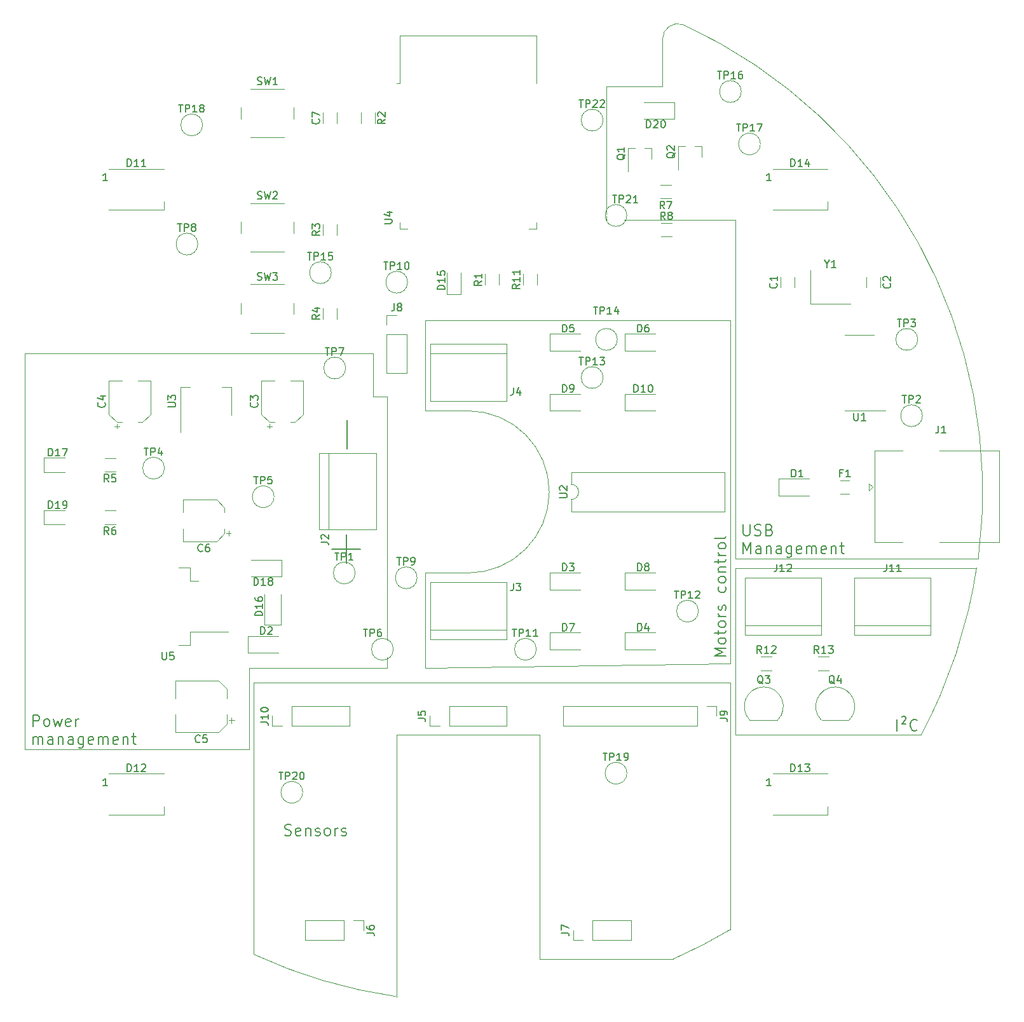
<source format=gto>
G04 #@! TF.GenerationSoftware,KiCad,Pcbnew,(5.1.8)-1*
G04 #@! TF.CreationDate,2021-10-14T20:57:29+02:00*
G04 #@! TF.ProjectId,Elab car PCB,456c6162-2063-4617-9220-5043422e6b69,rev?*
G04 #@! TF.SameCoordinates,Original*
G04 #@! TF.FileFunction,Legend,Top*
G04 #@! TF.FilePolarity,Positive*
%FSLAX46Y46*%
G04 Gerber Fmt 4.6, Leading zero omitted, Abs format (unit mm)*
G04 Created by KiCad (PCBNEW (5.1.8)-1) date 2021-10-14 20:57:29*
%MOMM*%
%LPD*%
G01*
G04 APERTURE LIST*
%ADD10C,0.120000*%
%ADD11C,0.150000*%
%ADD12C,2.500000*%
%ADD13R,1.700000X1.700000*%
%ADD14O,1.700000X1.700000*%
%ADD15R,1.600000X1.600000*%
%ADD16C,1.600000*%
%ADD17C,4.000000*%
%ADD18C,2.000000*%
%ADD19O,1.600000X1.600000*%
%ADD20R,4.600000X1.100000*%
%ADD21R,9.400000X10.800000*%
%ADD22R,2.100000X1.800000*%
%ADD23R,5.000000X5.000000*%
%ADD24R,2.000000X0.900000*%
%ADD25R,0.900000X2.000000*%
%ADD26R,3.800000X2.000000*%
%ADD27R,1.500000X2.000000*%
%ADD28O,1.050000X1.500000*%
%ADD29R,1.050000X1.500000*%
%ADD30R,0.800000X1.900000*%
%ADD31R,3.000000X3.000000*%
%ADD32C,3.000000*%
%ADD33R,1.500000X1.000000*%
G04 APERTURE END LIST*
D10*
X165585136Y-47625000D02*
X165585136Y-41275001D01*
X158115000Y-47625000D02*
X165585136Y-47625000D01*
X165585136Y-41275001D02*
G75*
G02*
X168294650Y-39327207I2054864J1D01*
G01*
D11*
X176349642Y-105928571D02*
X176349642Y-107142857D01*
X176421071Y-107285714D01*
X176492500Y-107357142D01*
X176635357Y-107428571D01*
X176921071Y-107428571D01*
X177063928Y-107357142D01*
X177135357Y-107285714D01*
X177206785Y-107142857D01*
X177206785Y-105928571D01*
X177849642Y-107357142D02*
X178063928Y-107428571D01*
X178421071Y-107428571D01*
X178563928Y-107357142D01*
X178635357Y-107285714D01*
X178706785Y-107142857D01*
X178706785Y-107000000D01*
X178635357Y-106857142D01*
X178563928Y-106785714D01*
X178421071Y-106714285D01*
X178135357Y-106642857D01*
X177992500Y-106571428D01*
X177921071Y-106500000D01*
X177849642Y-106357142D01*
X177849642Y-106214285D01*
X177921071Y-106071428D01*
X177992500Y-106000000D01*
X178135357Y-105928571D01*
X178492500Y-105928571D01*
X178706785Y-106000000D01*
X179849642Y-106642857D02*
X180063928Y-106714285D01*
X180135357Y-106785714D01*
X180206785Y-106928571D01*
X180206785Y-107142857D01*
X180135357Y-107285714D01*
X180063928Y-107357142D01*
X179921071Y-107428571D01*
X179349642Y-107428571D01*
X179349642Y-105928571D01*
X179849642Y-105928571D01*
X179992500Y-106000000D01*
X180063928Y-106071428D01*
X180135357Y-106214285D01*
X180135357Y-106357142D01*
X180063928Y-106500000D01*
X179992500Y-106571428D01*
X179849642Y-106642857D01*
X179349642Y-106642857D01*
X176349642Y-109828571D02*
X176349642Y-108328571D01*
X176849642Y-109400000D01*
X177349642Y-108328571D01*
X177349642Y-109828571D01*
X178706785Y-109828571D02*
X178706785Y-109042857D01*
X178635357Y-108900000D01*
X178492500Y-108828571D01*
X178206785Y-108828571D01*
X178063928Y-108900000D01*
X178706785Y-109757142D02*
X178563928Y-109828571D01*
X178206785Y-109828571D01*
X178063928Y-109757142D01*
X177992500Y-109614285D01*
X177992500Y-109471428D01*
X178063928Y-109328571D01*
X178206785Y-109257142D01*
X178563928Y-109257142D01*
X178706785Y-109185714D01*
X179421071Y-108828571D02*
X179421071Y-109828571D01*
X179421071Y-108971428D02*
X179492500Y-108900000D01*
X179635357Y-108828571D01*
X179849642Y-108828571D01*
X179992500Y-108900000D01*
X180063928Y-109042857D01*
X180063928Y-109828571D01*
X181421071Y-109828571D02*
X181421071Y-109042857D01*
X181349642Y-108900000D01*
X181206785Y-108828571D01*
X180921071Y-108828571D01*
X180778214Y-108900000D01*
X181421071Y-109757142D02*
X181278214Y-109828571D01*
X180921071Y-109828571D01*
X180778214Y-109757142D01*
X180706785Y-109614285D01*
X180706785Y-109471428D01*
X180778214Y-109328571D01*
X180921071Y-109257142D01*
X181278214Y-109257142D01*
X181421071Y-109185714D01*
X182778214Y-108828571D02*
X182778214Y-110042857D01*
X182706785Y-110185714D01*
X182635357Y-110257142D01*
X182492500Y-110328571D01*
X182278214Y-110328571D01*
X182135357Y-110257142D01*
X182778214Y-109757142D02*
X182635357Y-109828571D01*
X182349642Y-109828571D01*
X182206785Y-109757142D01*
X182135357Y-109685714D01*
X182063928Y-109542857D01*
X182063928Y-109114285D01*
X182135357Y-108971428D01*
X182206785Y-108900000D01*
X182349642Y-108828571D01*
X182635357Y-108828571D01*
X182778214Y-108900000D01*
X184063928Y-109757142D02*
X183921071Y-109828571D01*
X183635357Y-109828571D01*
X183492500Y-109757142D01*
X183421071Y-109614285D01*
X183421071Y-109042857D01*
X183492500Y-108900000D01*
X183635357Y-108828571D01*
X183921071Y-108828571D01*
X184063928Y-108900000D01*
X184135357Y-109042857D01*
X184135357Y-109185714D01*
X183421071Y-109328571D01*
X184778214Y-109828571D02*
X184778214Y-108828571D01*
X184778214Y-108971428D02*
X184849642Y-108900000D01*
X184992500Y-108828571D01*
X185206785Y-108828571D01*
X185349642Y-108900000D01*
X185421071Y-109042857D01*
X185421071Y-109828571D01*
X185421071Y-109042857D02*
X185492500Y-108900000D01*
X185635357Y-108828571D01*
X185849642Y-108828571D01*
X185992500Y-108900000D01*
X186063928Y-109042857D01*
X186063928Y-109828571D01*
X187349642Y-109757142D02*
X187206785Y-109828571D01*
X186921071Y-109828571D01*
X186778214Y-109757142D01*
X186706785Y-109614285D01*
X186706785Y-109042857D01*
X186778214Y-108900000D01*
X186921071Y-108828571D01*
X187206785Y-108828571D01*
X187349642Y-108900000D01*
X187421071Y-109042857D01*
X187421071Y-109185714D01*
X186706785Y-109328571D01*
X188063928Y-108828571D02*
X188063928Y-109828571D01*
X188063928Y-108971428D02*
X188135357Y-108900000D01*
X188278214Y-108828571D01*
X188492500Y-108828571D01*
X188635357Y-108900000D01*
X188706785Y-109042857D01*
X188706785Y-109828571D01*
X189206785Y-108828571D02*
X189778214Y-108828571D01*
X189421071Y-108328571D02*
X189421071Y-109614285D01*
X189492500Y-109757142D01*
X189635357Y-109828571D01*
X189778214Y-109828571D01*
D10*
X168294651Y-39327205D02*
G75*
G02*
X207644999Y-110489999I-28594651J-62272795D01*
G01*
X158115000Y-65405000D02*
X158115000Y-47625000D01*
X175260000Y-65405000D02*
X158115000Y-65405000D01*
X175260000Y-110490000D02*
X175260000Y-65405000D01*
X207645000Y-110490000D02*
X175260000Y-110490000D01*
D11*
X81734642Y-132828571D02*
X81734642Y-131328571D01*
X82306071Y-131328571D01*
X82448928Y-131400000D01*
X82520357Y-131471428D01*
X82591785Y-131614285D01*
X82591785Y-131828571D01*
X82520357Y-131971428D01*
X82448928Y-132042857D01*
X82306071Y-132114285D01*
X81734642Y-132114285D01*
X83448928Y-132828571D02*
X83306071Y-132757142D01*
X83234642Y-132685714D01*
X83163214Y-132542857D01*
X83163214Y-132114285D01*
X83234642Y-131971428D01*
X83306071Y-131900000D01*
X83448928Y-131828571D01*
X83663214Y-131828571D01*
X83806071Y-131900000D01*
X83877500Y-131971428D01*
X83948928Y-132114285D01*
X83948928Y-132542857D01*
X83877500Y-132685714D01*
X83806071Y-132757142D01*
X83663214Y-132828571D01*
X83448928Y-132828571D01*
X84448928Y-131828571D02*
X84734642Y-132828571D01*
X85020357Y-132114285D01*
X85306071Y-132828571D01*
X85591785Y-131828571D01*
X86734642Y-132757142D02*
X86591785Y-132828571D01*
X86306071Y-132828571D01*
X86163214Y-132757142D01*
X86091785Y-132614285D01*
X86091785Y-132042857D01*
X86163214Y-131900000D01*
X86306071Y-131828571D01*
X86591785Y-131828571D01*
X86734642Y-131900000D01*
X86806071Y-132042857D01*
X86806071Y-132185714D01*
X86091785Y-132328571D01*
X87448928Y-132828571D02*
X87448928Y-131828571D01*
X87448928Y-132114285D02*
X87520357Y-131971428D01*
X87591785Y-131900000D01*
X87734642Y-131828571D01*
X87877500Y-131828571D01*
X81734642Y-135228571D02*
X81734642Y-134228571D01*
X81734642Y-134371428D02*
X81806071Y-134300000D01*
X81948928Y-134228571D01*
X82163214Y-134228571D01*
X82306071Y-134300000D01*
X82377500Y-134442857D01*
X82377500Y-135228571D01*
X82377500Y-134442857D02*
X82448928Y-134300000D01*
X82591785Y-134228571D01*
X82806071Y-134228571D01*
X82948928Y-134300000D01*
X83020357Y-134442857D01*
X83020357Y-135228571D01*
X84377500Y-135228571D02*
X84377500Y-134442857D01*
X84306071Y-134300000D01*
X84163214Y-134228571D01*
X83877500Y-134228571D01*
X83734642Y-134300000D01*
X84377500Y-135157142D02*
X84234642Y-135228571D01*
X83877500Y-135228571D01*
X83734642Y-135157142D01*
X83663214Y-135014285D01*
X83663214Y-134871428D01*
X83734642Y-134728571D01*
X83877500Y-134657142D01*
X84234642Y-134657142D01*
X84377500Y-134585714D01*
X85091785Y-134228571D02*
X85091785Y-135228571D01*
X85091785Y-134371428D02*
X85163214Y-134300000D01*
X85306071Y-134228571D01*
X85520357Y-134228571D01*
X85663214Y-134300000D01*
X85734642Y-134442857D01*
X85734642Y-135228571D01*
X87091785Y-135228571D02*
X87091785Y-134442857D01*
X87020357Y-134300000D01*
X86877500Y-134228571D01*
X86591785Y-134228571D01*
X86448928Y-134300000D01*
X87091785Y-135157142D02*
X86948928Y-135228571D01*
X86591785Y-135228571D01*
X86448928Y-135157142D01*
X86377500Y-135014285D01*
X86377500Y-134871428D01*
X86448928Y-134728571D01*
X86591785Y-134657142D01*
X86948928Y-134657142D01*
X87091785Y-134585714D01*
X88448928Y-134228571D02*
X88448928Y-135442857D01*
X88377500Y-135585714D01*
X88306071Y-135657142D01*
X88163214Y-135728571D01*
X87948928Y-135728571D01*
X87806071Y-135657142D01*
X88448928Y-135157142D02*
X88306071Y-135228571D01*
X88020357Y-135228571D01*
X87877500Y-135157142D01*
X87806071Y-135085714D01*
X87734642Y-134942857D01*
X87734642Y-134514285D01*
X87806071Y-134371428D01*
X87877500Y-134300000D01*
X88020357Y-134228571D01*
X88306071Y-134228571D01*
X88448928Y-134300000D01*
X89734642Y-135157142D02*
X89591785Y-135228571D01*
X89306071Y-135228571D01*
X89163214Y-135157142D01*
X89091785Y-135014285D01*
X89091785Y-134442857D01*
X89163214Y-134300000D01*
X89306071Y-134228571D01*
X89591785Y-134228571D01*
X89734642Y-134300000D01*
X89806071Y-134442857D01*
X89806071Y-134585714D01*
X89091785Y-134728571D01*
X90448928Y-135228571D02*
X90448928Y-134228571D01*
X90448928Y-134371428D02*
X90520357Y-134300000D01*
X90663214Y-134228571D01*
X90877500Y-134228571D01*
X91020357Y-134300000D01*
X91091785Y-134442857D01*
X91091785Y-135228571D01*
X91091785Y-134442857D02*
X91163214Y-134300000D01*
X91306071Y-134228571D01*
X91520357Y-134228571D01*
X91663214Y-134300000D01*
X91734642Y-134442857D01*
X91734642Y-135228571D01*
X93020357Y-135157142D02*
X92877500Y-135228571D01*
X92591785Y-135228571D01*
X92448928Y-135157142D01*
X92377500Y-135014285D01*
X92377500Y-134442857D01*
X92448928Y-134300000D01*
X92591785Y-134228571D01*
X92877500Y-134228571D01*
X93020357Y-134300000D01*
X93091785Y-134442857D01*
X93091785Y-134585714D01*
X92377500Y-134728571D01*
X93734642Y-134228571D02*
X93734642Y-135228571D01*
X93734642Y-134371428D02*
X93806071Y-134300000D01*
X93948928Y-134228571D01*
X94163214Y-134228571D01*
X94306071Y-134300000D01*
X94377500Y-134442857D01*
X94377500Y-135228571D01*
X94877500Y-134228571D02*
X95448928Y-134228571D01*
X95091785Y-133728571D02*
X95091785Y-135014285D01*
X95163214Y-135157142D01*
X95306071Y-135228571D01*
X95448928Y-135228571D01*
D10*
X127000000Y-88900000D02*
X127000000Y-83185000D01*
X128905000Y-88900000D02*
X127000000Y-88900000D01*
X128905000Y-125095000D02*
X128905000Y-88900000D01*
X110490000Y-125095000D02*
X128905000Y-125095000D01*
X110490000Y-135890000D02*
X110490000Y-125095000D01*
X80645000Y-135890000D02*
X110490000Y-135890000D01*
X80645000Y-83185000D02*
X80645000Y-135890000D01*
X127000000Y-83185000D02*
X80645000Y-83185000D01*
D11*
X123547142Y-95884761D02*
X123547142Y-92075238D01*
X123467857Y-107315238D02*
X123467857Y-111124761D01*
X121563095Y-109220000D02*
X125372619Y-109220000D01*
X115272857Y-147292142D02*
X115487142Y-147363571D01*
X115844285Y-147363571D01*
X115987142Y-147292142D01*
X116058571Y-147220714D01*
X116130000Y-147077857D01*
X116130000Y-146935000D01*
X116058571Y-146792142D01*
X115987142Y-146720714D01*
X115844285Y-146649285D01*
X115558571Y-146577857D01*
X115415714Y-146506428D01*
X115344285Y-146435000D01*
X115272857Y-146292142D01*
X115272857Y-146149285D01*
X115344285Y-146006428D01*
X115415714Y-145935000D01*
X115558571Y-145863571D01*
X115915714Y-145863571D01*
X116130000Y-145935000D01*
X117344285Y-147292142D02*
X117201428Y-147363571D01*
X116915714Y-147363571D01*
X116772857Y-147292142D01*
X116701428Y-147149285D01*
X116701428Y-146577857D01*
X116772857Y-146435000D01*
X116915714Y-146363571D01*
X117201428Y-146363571D01*
X117344285Y-146435000D01*
X117415714Y-146577857D01*
X117415714Y-146720714D01*
X116701428Y-146863571D01*
X118058571Y-146363571D02*
X118058571Y-147363571D01*
X118058571Y-146506428D02*
X118130000Y-146435000D01*
X118272857Y-146363571D01*
X118487142Y-146363571D01*
X118630000Y-146435000D01*
X118701428Y-146577857D01*
X118701428Y-147363571D01*
X119344285Y-147292142D02*
X119487142Y-147363571D01*
X119772857Y-147363571D01*
X119915714Y-147292142D01*
X119987142Y-147149285D01*
X119987142Y-147077857D01*
X119915714Y-146935000D01*
X119772857Y-146863571D01*
X119558571Y-146863571D01*
X119415714Y-146792142D01*
X119344285Y-146649285D01*
X119344285Y-146577857D01*
X119415714Y-146435000D01*
X119558571Y-146363571D01*
X119772857Y-146363571D01*
X119915714Y-146435000D01*
X120844285Y-147363571D02*
X120701428Y-147292142D01*
X120630000Y-147220714D01*
X120558571Y-147077857D01*
X120558571Y-146649285D01*
X120630000Y-146506428D01*
X120701428Y-146435000D01*
X120844285Y-146363571D01*
X121058571Y-146363571D01*
X121201428Y-146435000D01*
X121272857Y-146506428D01*
X121344285Y-146649285D01*
X121344285Y-147077857D01*
X121272857Y-147220714D01*
X121201428Y-147292142D01*
X121058571Y-147363571D01*
X120844285Y-147363571D01*
X121987142Y-147363571D02*
X121987142Y-146363571D01*
X121987142Y-146649285D02*
X122058571Y-146506428D01*
X122130000Y-146435000D01*
X122272857Y-146363571D01*
X122415714Y-146363571D01*
X122844285Y-147292142D02*
X122987142Y-147363571D01*
X123272857Y-147363571D01*
X123415714Y-147292142D01*
X123487142Y-147149285D01*
X123487142Y-147077857D01*
X123415714Y-146935000D01*
X123272857Y-146863571D01*
X123058571Y-146863571D01*
X122915714Y-146792142D01*
X122844285Y-146649285D01*
X122844285Y-146577857D01*
X122915714Y-146435000D01*
X123058571Y-146363571D01*
X123272857Y-146363571D01*
X123415714Y-146435000D01*
D10*
X130097423Y-168818041D02*
G75*
G02*
X111125001Y-163194999I9602577J67218041D01*
G01*
X174610557Y-159904278D02*
G75*
G02*
X167004999Y-163829999I-34910557J58304278D01*
G01*
X174625000Y-127000000D02*
X174625000Y-159928400D01*
X111125000Y-127000000D02*
X111125000Y-163195000D01*
X174625000Y-127000000D02*
X111125000Y-127000000D01*
X149225000Y-163830000D02*
X167005000Y-163830000D01*
X149225000Y-133985000D02*
X149225000Y-163830000D01*
X130175000Y-133985000D02*
X149225000Y-133985000D01*
X130175000Y-168910000D02*
X130175000Y-133985000D01*
D11*
X196798571Y-133393571D02*
X196798571Y-131893571D01*
X197441428Y-131536428D02*
X197584285Y-131465000D01*
X197798571Y-131465000D01*
X197941428Y-131536428D01*
X198012857Y-131679285D01*
X198012857Y-131822142D01*
X197941428Y-131965000D01*
X197441428Y-132465000D01*
X198012857Y-132465000D01*
X199512857Y-133250714D02*
X199441428Y-133322142D01*
X199227142Y-133393571D01*
X199084285Y-133393571D01*
X198870000Y-133322142D01*
X198727142Y-133179285D01*
X198655714Y-133036428D01*
X198584285Y-132750714D01*
X198584285Y-132536428D01*
X198655714Y-132250714D01*
X198727142Y-132107857D01*
X198870000Y-131965000D01*
X199084285Y-131893571D01*
X199227142Y-131893571D01*
X199441428Y-131965000D01*
X199512857Y-132036428D01*
D10*
X175260000Y-133985000D02*
X200024999Y-133984999D01*
X175260000Y-111760000D02*
X175260000Y-133985000D01*
X207415322Y-111725655D02*
X175260000Y-111760000D01*
X207415322Y-111725655D02*
G75*
G02*
X200024999Y-133984999I-67715322J10125655D01*
G01*
D11*
X174033571Y-123462857D02*
X172533571Y-123462857D01*
X173605000Y-122962857D01*
X172533571Y-122462857D01*
X174033571Y-122462857D01*
X174033571Y-121534285D02*
X173962142Y-121677142D01*
X173890714Y-121748571D01*
X173747857Y-121820000D01*
X173319285Y-121820000D01*
X173176428Y-121748571D01*
X173105000Y-121677142D01*
X173033571Y-121534285D01*
X173033571Y-121320000D01*
X173105000Y-121177142D01*
X173176428Y-121105714D01*
X173319285Y-121034285D01*
X173747857Y-121034285D01*
X173890714Y-121105714D01*
X173962142Y-121177142D01*
X174033571Y-121320000D01*
X174033571Y-121534285D01*
X173033571Y-120605714D02*
X173033571Y-120034285D01*
X172533571Y-120391428D02*
X173819285Y-120391428D01*
X173962142Y-120320000D01*
X174033571Y-120177142D01*
X174033571Y-120034285D01*
X174033571Y-119320000D02*
X173962142Y-119462857D01*
X173890714Y-119534285D01*
X173747857Y-119605714D01*
X173319285Y-119605714D01*
X173176428Y-119534285D01*
X173105000Y-119462857D01*
X173033571Y-119320000D01*
X173033571Y-119105714D01*
X173105000Y-118962857D01*
X173176428Y-118891428D01*
X173319285Y-118820000D01*
X173747857Y-118820000D01*
X173890714Y-118891428D01*
X173962142Y-118962857D01*
X174033571Y-119105714D01*
X174033571Y-119320000D01*
X174033571Y-118177142D02*
X173033571Y-118177142D01*
X173319285Y-118177142D02*
X173176428Y-118105714D01*
X173105000Y-118034285D01*
X173033571Y-117891428D01*
X173033571Y-117748571D01*
X173962142Y-117320000D02*
X174033571Y-117177142D01*
X174033571Y-116891428D01*
X173962142Y-116748571D01*
X173819285Y-116677142D01*
X173747857Y-116677142D01*
X173605000Y-116748571D01*
X173533571Y-116891428D01*
X173533571Y-117105714D01*
X173462142Y-117248571D01*
X173319285Y-117320000D01*
X173247857Y-117320000D01*
X173105000Y-117248571D01*
X173033571Y-117105714D01*
X173033571Y-116891428D01*
X173105000Y-116748571D01*
X173962142Y-114248571D02*
X174033571Y-114391428D01*
X174033571Y-114677142D01*
X173962142Y-114820000D01*
X173890714Y-114891428D01*
X173747857Y-114962857D01*
X173319285Y-114962857D01*
X173176428Y-114891428D01*
X173105000Y-114820000D01*
X173033571Y-114677142D01*
X173033571Y-114391428D01*
X173105000Y-114248571D01*
X174033571Y-113391428D02*
X173962142Y-113534285D01*
X173890714Y-113605714D01*
X173747857Y-113677142D01*
X173319285Y-113677142D01*
X173176428Y-113605714D01*
X173105000Y-113534285D01*
X173033571Y-113391428D01*
X173033571Y-113177142D01*
X173105000Y-113034285D01*
X173176428Y-112962857D01*
X173319285Y-112891428D01*
X173747857Y-112891428D01*
X173890714Y-112962857D01*
X173962142Y-113034285D01*
X174033571Y-113177142D01*
X174033571Y-113391428D01*
X173033571Y-112248571D02*
X174033571Y-112248571D01*
X173176428Y-112248571D02*
X173105000Y-112177142D01*
X173033571Y-112034285D01*
X173033571Y-111820000D01*
X173105000Y-111677142D01*
X173247857Y-111605714D01*
X174033571Y-111605714D01*
X173033571Y-111105714D02*
X173033571Y-110534285D01*
X172533571Y-110891428D02*
X173819285Y-110891428D01*
X173962142Y-110820000D01*
X174033571Y-110677142D01*
X174033571Y-110534285D01*
X174033571Y-110034285D02*
X173033571Y-110034285D01*
X173319285Y-110034285D02*
X173176428Y-109962857D01*
X173105000Y-109891428D01*
X173033571Y-109748571D01*
X173033571Y-109605714D01*
X174033571Y-108891428D02*
X173962142Y-109034285D01*
X173890714Y-109105714D01*
X173747857Y-109177142D01*
X173319285Y-109177142D01*
X173176428Y-109105714D01*
X173105000Y-109034285D01*
X173033571Y-108891428D01*
X173033571Y-108677142D01*
X173105000Y-108534285D01*
X173176428Y-108462857D01*
X173319285Y-108391428D01*
X173747857Y-108391428D01*
X173890714Y-108462857D01*
X173962142Y-108534285D01*
X174033571Y-108677142D01*
X174033571Y-108891428D01*
X174033571Y-107534285D02*
X173962142Y-107677142D01*
X173819285Y-107748571D01*
X172533571Y-107748571D01*
D10*
X139700000Y-90805000D02*
G75*
G02*
X139700000Y-112395000I0J-10795000D01*
G01*
X133985000Y-78740000D02*
X133985000Y-90805000D01*
X174625000Y-78740000D02*
X133985000Y-78740000D01*
X174625000Y-124460000D02*
X174625000Y-78740000D01*
X133985000Y-125095000D02*
X174625000Y-124460000D01*
X133985000Y-112395000D02*
X133985000Y-125095000D01*
X139700000Y-112395000D02*
X133985000Y-112395000D01*
X133985000Y-90805000D02*
X139700000Y-90805000D01*
X157660000Y-52070000D02*
G75*
G03*
X157660000Y-52070000I-1450000J0D01*
G01*
X160835000Y-64770000D02*
G75*
G03*
X160835000Y-64770000I-1450000J0D01*
G01*
X117655000Y-141605000D02*
G75*
G03*
X117655000Y-141605000I-1450000J0D01*
G01*
X160835000Y-139065000D02*
G75*
G03*
X160835000Y-139065000I-1450000J0D01*
G01*
X104320000Y-52705000D02*
G75*
G03*
X104320000Y-52705000I-1450000J0D01*
G01*
X178615000Y-55245000D02*
G75*
G03*
X178615000Y-55245000I-1450000J0D01*
G01*
X176075000Y-48260000D02*
G75*
G03*
X176075000Y-48260000I-1450000J0D01*
G01*
X121465000Y-72390000D02*
G75*
G03*
X121465000Y-72390000I-1450000J0D01*
G01*
X159565000Y-81280000D02*
G75*
G03*
X159565000Y-81280000I-1450000J0D01*
G01*
X157660000Y-86360000D02*
G75*
G03*
X157660000Y-86360000I-1450000J0D01*
G01*
X170360000Y-117475000D02*
G75*
G03*
X170360000Y-117475000I-1450000J0D01*
G01*
X148770000Y-122555000D02*
G75*
G03*
X148770000Y-122555000I-1450000J0D01*
G01*
X131625000Y-73660000D02*
G75*
G03*
X131625000Y-73660000I-1450000J0D01*
G01*
X132895000Y-113030000D02*
G75*
G03*
X132895000Y-113030000I-1450000J0D01*
G01*
X103685000Y-68580000D02*
G75*
G03*
X103685000Y-68580000I-1450000J0D01*
G01*
X123370000Y-85090000D02*
G75*
G03*
X123370000Y-85090000I-1450000J0D01*
G01*
X129720000Y-122555000D02*
G75*
G03*
X129720000Y-122555000I-1450000J0D01*
G01*
X113845000Y-102235000D02*
G75*
G03*
X113845000Y-102235000I-1450000J0D01*
G01*
X99240000Y-98425000D02*
G75*
G03*
X99240000Y-98425000I-1450000J0D01*
G01*
X199570000Y-81280000D02*
G75*
G03*
X199570000Y-81280000I-1450000J0D01*
G01*
X200205000Y-91440000D02*
G75*
G03*
X200205000Y-91440000I-1450000J0D01*
G01*
X124640000Y-112395000D02*
G75*
G03*
X124640000Y-112395000I-1450000J0D01*
G01*
X123885000Y-132775000D02*
X123885000Y-130115000D01*
X116205000Y-132775000D02*
X123885000Y-132775000D01*
X116205000Y-130115000D02*
X123885000Y-130115000D01*
X116205000Y-132775000D02*
X116205000Y-130115000D01*
X114935000Y-132775000D02*
X113605000Y-132775000D01*
X113605000Y-132775000D02*
X113605000Y-131445000D01*
X193815000Y-108325000D02*
X193815000Y-96105000D01*
X193815000Y-108325000D02*
X197565000Y-108325000D01*
X193815000Y-96105000D02*
X197565000Y-96105000D01*
X210435000Y-108325000D02*
X210435000Y-96105000D01*
X210435000Y-96105000D02*
X202465000Y-96105000D01*
X210435000Y-108325000D02*
X202465000Y-108325000D01*
X193615000Y-100965000D02*
X193115000Y-100465000D01*
X193115000Y-100465000D02*
X193115000Y-101465000D01*
X193115000Y-101465000D02*
X193615000Y-100965000D01*
X191835000Y-80665000D02*
X189885000Y-80665000D01*
X191835000Y-80665000D02*
X193785000Y-80665000D01*
X191835000Y-90785000D02*
X189885000Y-90785000D01*
X191835000Y-90785000D02*
X195285000Y-90785000D01*
X116455000Y-77930000D02*
X116455000Y-76430000D01*
X115205000Y-73930000D02*
X110705000Y-73930000D01*
X109455000Y-76430000D02*
X109455000Y-77930000D01*
X110705000Y-80430000D02*
X115205000Y-80430000D01*
X116455000Y-67135000D02*
X116455000Y-65635000D01*
X115205000Y-63135000D02*
X110705000Y-63135000D01*
X109455000Y-65635000D02*
X109455000Y-67135000D01*
X110705000Y-69635000D02*
X115205000Y-69635000D01*
X116455000Y-51895000D02*
X116455000Y-50395000D01*
X115205000Y-47895000D02*
X110705000Y-47895000D01*
X109455000Y-50395000D02*
X109455000Y-51895000D01*
X110705000Y-54395000D02*
X115205000Y-54395000D01*
X153419500Y-102600000D02*
X153419500Y-104250000D01*
X153419500Y-104250000D02*
X173859500Y-104250000D01*
X173859500Y-104250000D02*
X173859500Y-98950000D01*
X173859500Y-98950000D02*
X153419500Y-98950000D01*
X153419500Y-98950000D02*
X153419500Y-100600000D01*
X153419500Y-100600000D02*
G75*
G02*
X153419500Y-102600000I0J-1000000D01*
G01*
X101145000Y-122040000D02*
X102645000Y-122040000D01*
X102645000Y-122040000D02*
X102645000Y-120230000D01*
X102645000Y-120230000D02*
X107770000Y-120230000D01*
X101145000Y-111640000D02*
X102645000Y-111640000D01*
X102645000Y-111640000D02*
X102645000Y-113450000D01*
X102645000Y-113450000D02*
X103745000Y-113450000D01*
X163082500Y-51935000D02*
X167142500Y-51935000D01*
X167142500Y-51935000D02*
X167142500Y-49665000D01*
X167142500Y-49665000D02*
X163082500Y-49665000D01*
X110795000Y-112895000D02*
X114855000Y-112895000D01*
X114855000Y-112895000D02*
X114855000Y-110625000D01*
X114855000Y-110625000D02*
X110795000Y-110625000D01*
X112530000Y-115240000D02*
X112530000Y-119300000D01*
X112530000Y-119300000D02*
X114800000Y-119300000D01*
X114800000Y-119300000D02*
X114800000Y-115240000D01*
X164600000Y-88526500D02*
X160540000Y-88526500D01*
X160540000Y-88526500D02*
X160540000Y-90796500D01*
X160540000Y-90796500D02*
X164600000Y-90796500D01*
X154600000Y-88526500D02*
X150540000Y-88526500D01*
X150540000Y-88526500D02*
X150540000Y-90796500D01*
X150540000Y-90796500D02*
X154600000Y-90796500D01*
X164600000Y-112340000D02*
X160540000Y-112340000D01*
X160540000Y-112340000D02*
X160540000Y-114610000D01*
X160540000Y-114610000D02*
X164600000Y-114610000D01*
X154600000Y-120340000D02*
X150540000Y-120340000D01*
X150540000Y-120340000D02*
X150540000Y-122610000D01*
X150540000Y-122610000D02*
X154600000Y-122610000D01*
X164600000Y-80526500D02*
X160540000Y-80526500D01*
X160540000Y-80526500D02*
X160540000Y-82796500D01*
X160540000Y-82796500D02*
X164600000Y-82796500D01*
X154600000Y-80526500D02*
X150540000Y-80526500D01*
X150540000Y-80526500D02*
X150540000Y-82796500D01*
X150540000Y-82796500D02*
X154600000Y-82796500D01*
X164600000Y-120340000D02*
X160540000Y-120340000D01*
X160540000Y-120340000D02*
X160540000Y-122610000D01*
X160540000Y-122610000D02*
X164600000Y-122610000D01*
X154600000Y-112340000D02*
X150540000Y-112340000D01*
X150540000Y-112340000D02*
X150540000Y-114610000D01*
X150540000Y-114610000D02*
X154600000Y-114610000D01*
X114412500Y-120785000D02*
X110352500Y-120785000D01*
X110352500Y-120785000D02*
X110352500Y-123055000D01*
X110352500Y-123055000D02*
X114412500Y-123055000D01*
X185115000Y-99830000D02*
X181055000Y-99830000D01*
X181055000Y-99830000D02*
X181055000Y-102100000D01*
X181055000Y-102100000D02*
X185115000Y-102100000D01*
X185260000Y-72045000D02*
X185260000Y-76545000D01*
X185260000Y-76545000D02*
X190660000Y-76545000D01*
X130580000Y-65742000D02*
X130580000Y-66522000D01*
X130580000Y-66522000D02*
X131580000Y-66522000D01*
X148820000Y-65742000D02*
X148820000Y-66522000D01*
X148820000Y-66522000D02*
X147820000Y-66522000D01*
X130580000Y-40777000D02*
X148820000Y-40777000D01*
X148820000Y-40777000D02*
X148820000Y-47197000D01*
X130580000Y-40777000D02*
X130580000Y-47197000D01*
X130580000Y-47197000D02*
X130200000Y-47197000D01*
X108185000Y-87600000D02*
X106925000Y-87600000D01*
X101365000Y-87600000D02*
X102625000Y-87600000D01*
X108185000Y-91360000D02*
X108185000Y-87600000D01*
X101365000Y-93610000D02*
X101365000Y-87600000D01*
X186317936Y-123550000D02*
X187772064Y-123550000D01*
X186317936Y-125370000D02*
X187772064Y-125370000D01*
X178697936Y-123550000D02*
X180152064Y-123550000D01*
X178697936Y-125370000D02*
X180152064Y-125370000D01*
X147045000Y-74032064D02*
X147045000Y-72577936D01*
X148865000Y-74032064D02*
X148865000Y-72577936D01*
X165362936Y-65765000D02*
X166817064Y-65765000D01*
X165362936Y-67585000D02*
X166817064Y-67585000D01*
X166742064Y-62505000D02*
X165287936Y-62505000D01*
X166742064Y-60685000D02*
X165287936Y-60685000D01*
X92727064Y-105910000D02*
X91272936Y-105910000D01*
X92727064Y-104090000D02*
X91272936Y-104090000D01*
X92727064Y-98910000D02*
X91272936Y-98910000D01*
X92727064Y-97090000D02*
X91272936Y-97090000D01*
X120375000Y-78552064D02*
X120375000Y-77097936D01*
X122195000Y-78552064D02*
X122195000Y-77097936D01*
X120375000Y-67402064D02*
X120375000Y-65947936D01*
X122195000Y-67402064D02*
X122195000Y-65947936D01*
X127275000Y-51062936D02*
X127275000Y-52517064D01*
X125455000Y-51062936D02*
X125455000Y-52517064D01*
X141965000Y-74032064D02*
X141965000Y-72577936D01*
X143785000Y-74032064D02*
X143785000Y-72577936D01*
X186795000Y-132025000D02*
X190395000Y-132025000D01*
X186756522Y-132013478D02*
G75*
G02*
X188595000Y-127575000I1838478J1838478D01*
G01*
X190433478Y-132013478D02*
G75*
G03*
X188595000Y-127575000I-1838478J1838478D01*
G01*
X177270000Y-132025000D02*
X180870000Y-132025000D01*
X177231522Y-132013478D02*
G75*
G02*
X179070000Y-127575000I1838478J1838478D01*
G01*
X180908478Y-132013478D02*
G75*
G03*
X179070000Y-127575000I-1838478J1838478D01*
G01*
X170810000Y-55525000D02*
X169880000Y-55525000D01*
X167650000Y-55525000D02*
X168580000Y-55525000D01*
X167650000Y-55525000D02*
X167650000Y-58685000D01*
X170810000Y-55525000D02*
X170810000Y-56985000D01*
X164140000Y-55755000D02*
X163210000Y-55755000D01*
X160980000Y-55755000D02*
X161910000Y-55755000D01*
X160980000Y-55755000D02*
X160980000Y-58915000D01*
X164140000Y-55755000D02*
X164140000Y-57215000D01*
X186690000Y-119380000D02*
X176530000Y-119380000D01*
X186690000Y-120650000D02*
X186690000Y-113030000D01*
X186690000Y-113030000D02*
X176530000Y-113030000D01*
X176530000Y-113030000D02*
X176530000Y-120650000D01*
X176530000Y-120650000D02*
X186690000Y-120650000D01*
X201295000Y-119380000D02*
X191135000Y-119380000D01*
X201295000Y-120650000D02*
X201295000Y-113030000D01*
X201295000Y-113030000D02*
X191135000Y-113030000D01*
X191135000Y-113030000D02*
X191135000Y-120650000D01*
X191135000Y-120650000D02*
X201295000Y-120650000D01*
X152340000Y-130115000D02*
X152340000Y-132775000D01*
X170180000Y-130115000D02*
X152340000Y-130115000D01*
X170180000Y-132775000D02*
X152340000Y-132775000D01*
X170180000Y-130115000D02*
X170180000Y-132775000D01*
X171450000Y-130115000D02*
X172780000Y-130115000D01*
X172780000Y-130115000D02*
X172780000Y-131445000D01*
X128845000Y-85785000D02*
X131505000Y-85785000D01*
X128845000Y-80645000D02*
X128845000Y-85785000D01*
X131505000Y-80645000D02*
X131505000Y-85785000D01*
X128845000Y-80645000D02*
X131505000Y-80645000D01*
X128845000Y-79375000D02*
X128845000Y-78045000D01*
X128845000Y-78045000D02*
X130175000Y-78045000D01*
X161410000Y-161330000D02*
X161410000Y-158670000D01*
X156270000Y-161330000D02*
X161410000Y-161330000D01*
X156270000Y-158670000D02*
X161410000Y-158670000D01*
X156270000Y-161330000D02*
X156270000Y-158670000D01*
X155000000Y-161330000D02*
X153670000Y-161330000D01*
X153670000Y-161330000D02*
X153670000Y-160000000D01*
X117990000Y-158670000D02*
X117990000Y-161330000D01*
X123130000Y-158670000D02*
X117990000Y-158670000D01*
X123130000Y-161330000D02*
X117990000Y-161330000D01*
X123130000Y-158670000D02*
X123130000Y-161330000D01*
X124400000Y-158670000D02*
X125730000Y-158670000D01*
X125730000Y-158670000D02*
X125730000Y-160000000D01*
X144840000Y-132775000D02*
X144840000Y-130115000D01*
X137160000Y-132775000D02*
X144840000Y-132775000D01*
X137160000Y-130115000D02*
X144840000Y-130115000D01*
X137160000Y-132775000D02*
X137160000Y-130115000D01*
X135890000Y-132775000D02*
X134560000Y-132775000D01*
X134560000Y-132775000D02*
X134560000Y-131445000D01*
X134620000Y-83121500D02*
X144780000Y-83121500D01*
X134620000Y-81851500D02*
X134620000Y-89471500D01*
X134620000Y-89471500D02*
X144780000Y-89471500D01*
X144780000Y-89471500D02*
X144780000Y-81851500D01*
X144780000Y-81851500D02*
X134620000Y-81851500D01*
X144780000Y-120015000D02*
X134620000Y-120015000D01*
X144780000Y-121285000D02*
X144780000Y-113665000D01*
X144780000Y-113665000D02*
X134620000Y-113665000D01*
X134620000Y-113665000D02*
X134620000Y-121285000D01*
X134620000Y-121285000D02*
X144780000Y-121285000D01*
X121094500Y-106616500D02*
X121094500Y-96456500D01*
X119824500Y-106616500D02*
X127444500Y-106616500D01*
X127444500Y-106616500D02*
X127444500Y-96456500D01*
X127444500Y-96456500D02*
X119824500Y-96456500D01*
X119824500Y-96456500D02*
X119824500Y-106616500D01*
X189262936Y-100055000D02*
X190467064Y-100055000D01*
X189262936Y-101875000D02*
X190467064Y-101875000D01*
X86000000Y-104040000D02*
X83140000Y-104040000D01*
X83140000Y-104040000D02*
X83140000Y-105960000D01*
X83140000Y-105960000D02*
X86000000Y-105960000D01*
X86000000Y-97040000D02*
X83140000Y-97040000D01*
X83140000Y-97040000D02*
X83140000Y-98960000D01*
X83140000Y-98960000D02*
X86000000Y-98960000D01*
X136835000Y-72415000D02*
X136835000Y-75275000D01*
X136835000Y-75275000D02*
X138755000Y-75275000D01*
X138755000Y-75275000D02*
X138755000Y-72415000D01*
X180250000Y-58550000D02*
X187550000Y-58550000D01*
X180250000Y-64050000D02*
X187550000Y-64050000D01*
X187550000Y-64050000D02*
X187550000Y-62900000D01*
X180250000Y-139150000D02*
X187550000Y-139150000D01*
X180250000Y-144650000D02*
X187550000Y-144650000D01*
X187550000Y-144650000D02*
X187550000Y-143500000D01*
X91850000Y-139150000D02*
X99150000Y-139150000D01*
X91850000Y-144650000D02*
X99150000Y-144650000D01*
X99150000Y-144650000D02*
X99150000Y-143500000D01*
X91850000Y-58550000D02*
X99150000Y-58550000D01*
X91850000Y-64050000D02*
X99150000Y-64050000D01*
X99150000Y-64050000D02*
X99150000Y-62900000D01*
X120375000Y-52488752D02*
X120375000Y-51066248D01*
X122195000Y-52488752D02*
X122195000Y-51066248D01*
X101720000Y-102650000D02*
X101720000Y-104350000D01*
X101720000Y-108170000D02*
X101720000Y-106470000D01*
X106175563Y-108170000D02*
X101720000Y-108170000D01*
X106175563Y-102650000D02*
X101720000Y-102650000D01*
X107240000Y-103714437D02*
X107240000Y-104350000D01*
X107240000Y-107105563D02*
X107240000Y-106470000D01*
X107240000Y-107105563D02*
X106175563Y-108170000D01*
X107240000Y-103714437D02*
X106175563Y-102650000D01*
X108105000Y-107095000D02*
X107480000Y-107095000D01*
X107792500Y-107407500D02*
X107792500Y-106782500D01*
X100730000Y-126765000D02*
X100730000Y-129115000D01*
X100730000Y-133585000D02*
X100730000Y-131235000D01*
X106485563Y-133585000D02*
X100730000Y-133585000D01*
X106485563Y-126765000D02*
X100730000Y-126765000D01*
X107550000Y-127829437D02*
X107550000Y-129115000D01*
X107550000Y-132520563D02*
X107550000Y-131235000D01*
X107550000Y-132520563D02*
X106485563Y-133585000D01*
X107550000Y-127829437D02*
X106485563Y-126765000D01*
X108577500Y-132022500D02*
X107790000Y-132022500D01*
X108183750Y-132416250D02*
X108183750Y-131628750D01*
X97375000Y-86775000D02*
X95675000Y-86775000D01*
X91855000Y-86775000D02*
X93555000Y-86775000D01*
X91855000Y-91230563D02*
X91855000Y-86775000D01*
X97375000Y-91230563D02*
X97375000Y-86775000D01*
X96310563Y-92295000D02*
X95675000Y-92295000D01*
X92919437Y-92295000D02*
X93555000Y-92295000D01*
X92919437Y-92295000D02*
X91855000Y-91230563D01*
X96310563Y-92295000D02*
X97375000Y-91230563D01*
X92930000Y-93160000D02*
X92930000Y-92535000D01*
X92617500Y-92847500D02*
X93242500Y-92847500D01*
X117695000Y-86775000D02*
X115995000Y-86775000D01*
X112175000Y-86775000D02*
X113875000Y-86775000D01*
X112175000Y-91230563D02*
X112175000Y-86775000D01*
X117695000Y-91230563D02*
X117695000Y-86775000D01*
X116630563Y-92295000D02*
X115995000Y-92295000D01*
X113239437Y-92295000D02*
X113875000Y-92295000D01*
X113239437Y-92295000D02*
X112175000Y-91230563D01*
X116630563Y-92295000D02*
X117695000Y-91230563D01*
X113250000Y-93160000D02*
X113250000Y-92535000D01*
X112937500Y-92847500D02*
X113562500Y-92847500D01*
X194585000Y-72948748D02*
X194585000Y-74371252D01*
X192765000Y-72948748D02*
X192765000Y-74371252D01*
X181335000Y-74371252D02*
X181335000Y-72948748D01*
X183155000Y-74371252D02*
X183155000Y-72948748D01*
D11*
X154471904Y-49374380D02*
X155043333Y-49374380D01*
X154757619Y-50374380D02*
X154757619Y-49374380D01*
X155376666Y-50374380D02*
X155376666Y-49374380D01*
X155757619Y-49374380D01*
X155852857Y-49422000D01*
X155900476Y-49469619D01*
X155948095Y-49564857D01*
X155948095Y-49707714D01*
X155900476Y-49802952D01*
X155852857Y-49850571D01*
X155757619Y-49898190D01*
X155376666Y-49898190D01*
X156329047Y-49469619D02*
X156376666Y-49422000D01*
X156471904Y-49374380D01*
X156710000Y-49374380D01*
X156805238Y-49422000D01*
X156852857Y-49469619D01*
X156900476Y-49564857D01*
X156900476Y-49660095D01*
X156852857Y-49802952D01*
X156281428Y-50374380D01*
X156900476Y-50374380D01*
X157281428Y-49469619D02*
X157329047Y-49422000D01*
X157424285Y-49374380D01*
X157662380Y-49374380D01*
X157757619Y-49422000D01*
X157805238Y-49469619D01*
X157852857Y-49564857D01*
X157852857Y-49660095D01*
X157805238Y-49802952D01*
X157233809Y-50374380D01*
X157852857Y-50374380D01*
X158916904Y-62074380D02*
X159488333Y-62074380D01*
X159202619Y-63074380D02*
X159202619Y-62074380D01*
X159821666Y-63074380D02*
X159821666Y-62074380D01*
X160202619Y-62074380D01*
X160297857Y-62122000D01*
X160345476Y-62169619D01*
X160393095Y-62264857D01*
X160393095Y-62407714D01*
X160345476Y-62502952D01*
X160297857Y-62550571D01*
X160202619Y-62598190D01*
X159821666Y-62598190D01*
X160774047Y-62169619D02*
X160821666Y-62122000D01*
X160916904Y-62074380D01*
X161155000Y-62074380D01*
X161250238Y-62122000D01*
X161297857Y-62169619D01*
X161345476Y-62264857D01*
X161345476Y-62360095D01*
X161297857Y-62502952D01*
X160726428Y-63074380D01*
X161345476Y-63074380D01*
X162297857Y-63074380D02*
X161726428Y-63074380D01*
X162012142Y-63074380D02*
X162012142Y-62074380D01*
X161916904Y-62217238D01*
X161821666Y-62312476D01*
X161726428Y-62360095D01*
X114466904Y-138909380D02*
X115038333Y-138909380D01*
X114752619Y-139909380D02*
X114752619Y-138909380D01*
X115371666Y-139909380D02*
X115371666Y-138909380D01*
X115752619Y-138909380D01*
X115847857Y-138957000D01*
X115895476Y-139004619D01*
X115943095Y-139099857D01*
X115943095Y-139242714D01*
X115895476Y-139337952D01*
X115847857Y-139385571D01*
X115752619Y-139433190D01*
X115371666Y-139433190D01*
X116324047Y-139004619D02*
X116371666Y-138957000D01*
X116466904Y-138909380D01*
X116705000Y-138909380D01*
X116800238Y-138957000D01*
X116847857Y-139004619D01*
X116895476Y-139099857D01*
X116895476Y-139195095D01*
X116847857Y-139337952D01*
X116276428Y-139909380D01*
X116895476Y-139909380D01*
X117514523Y-138909380D02*
X117609761Y-138909380D01*
X117705000Y-138957000D01*
X117752619Y-139004619D01*
X117800238Y-139099857D01*
X117847857Y-139290333D01*
X117847857Y-139528428D01*
X117800238Y-139718904D01*
X117752619Y-139814142D01*
X117705000Y-139861761D01*
X117609761Y-139909380D01*
X117514523Y-139909380D01*
X117419285Y-139861761D01*
X117371666Y-139814142D01*
X117324047Y-139718904D01*
X117276428Y-139528428D01*
X117276428Y-139290333D01*
X117324047Y-139099857D01*
X117371666Y-139004619D01*
X117419285Y-138957000D01*
X117514523Y-138909380D01*
X157646904Y-136369380D02*
X158218333Y-136369380D01*
X157932619Y-137369380D02*
X157932619Y-136369380D01*
X158551666Y-137369380D02*
X158551666Y-136369380D01*
X158932619Y-136369380D01*
X159027857Y-136417000D01*
X159075476Y-136464619D01*
X159123095Y-136559857D01*
X159123095Y-136702714D01*
X159075476Y-136797952D01*
X159027857Y-136845571D01*
X158932619Y-136893190D01*
X158551666Y-136893190D01*
X160075476Y-137369380D02*
X159504047Y-137369380D01*
X159789761Y-137369380D02*
X159789761Y-136369380D01*
X159694523Y-136512238D01*
X159599285Y-136607476D01*
X159504047Y-136655095D01*
X160551666Y-137369380D02*
X160742142Y-137369380D01*
X160837380Y-137321761D01*
X160885000Y-137274142D01*
X160980238Y-137131285D01*
X161027857Y-136940809D01*
X161027857Y-136559857D01*
X160980238Y-136464619D01*
X160932619Y-136417000D01*
X160837380Y-136369380D01*
X160646904Y-136369380D01*
X160551666Y-136417000D01*
X160504047Y-136464619D01*
X160456428Y-136559857D01*
X160456428Y-136797952D01*
X160504047Y-136893190D01*
X160551666Y-136940809D01*
X160646904Y-136988428D01*
X160837380Y-136988428D01*
X160932619Y-136940809D01*
X160980238Y-136893190D01*
X161027857Y-136797952D01*
X101131904Y-50009380D02*
X101703333Y-50009380D01*
X101417619Y-51009380D02*
X101417619Y-50009380D01*
X102036666Y-51009380D02*
X102036666Y-50009380D01*
X102417619Y-50009380D01*
X102512857Y-50057000D01*
X102560476Y-50104619D01*
X102608095Y-50199857D01*
X102608095Y-50342714D01*
X102560476Y-50437952D01*
X102512857Y-50485571D01*
X102417619Y-50533190D01*
X102036666Y-50533190D01*
X103560476Y-51009380D02*
X102989047Y-51009380D01*
X103274761Y-51009380D02*
X103274761Y-50009380D01*
X103179523Y-50152238D01*
X103084285Y-50247476D01*
X102989047Y-50295095D01*
X104131904Y-50437952D02*
X104036666Y-50390333D01*
X103989047Y-50342714D01*
X103941428Y-50247476D01*
X103941428Y-50199857D01*
X103989047Y-50104619D01*
X104036666Y-50057000D01*
X104131904Y-50009380D01*
X104322380Y-50009380D01*
X104417619Y-50057000D01*
X104465238Y-50104619D01*
X104512857Y-50199857D01*
X104512857Y-50247476D01*
X104465238Y-50342714D01*
X104417619Y-50390333D01*
X104322380Y-50437952D01*
X104131904Y-50437952D01*
X104036666Y-50485571D01*
X103989047Y-50533190D01*
X103941428Y-50628428D01*
X103941428Y-50818904D01*
X103989047Y-50914142D01*
X104036666Y-50961761D01*
X104131904Y-51009380D01*
X104322380Y-51009380D01*
X104417619Y-50961761D01*
X104465238Y-50914142D01*
X104512857Y-50818904D01*
X104512857Y-50628428D01*
X104465238Y-50533190D01*
X104417619Y-50485571D01*
X104322380Y-50437952D01*
X175426904Y-52549380D02*
X175998333Y-52549380D01*
X175712619Y-53549380D02*
X175712619Y-52549380D01*
X176331666Y-53549380D02*
X176331666Y-52549380D01*
X176712619Y-52549380D01*
X176807857Y-52597000D01*
X176855476Y-52644619D01*
X176903095Y-52739857D01*
X176903095Y-52882714D01*
X176855476Y-52977952D01*
X176807857Y-53025571D01*
X176712619Y-53073190D01*
X176331666Y-53073190D01*
X177855476Y-53549380D02*
X177284047Y-53549380D01*
X177569761Y-53549380D02*
X177569761Y-52549380D01*
X177474523Y-52692238D01*
X177379285Y-52787476D01*
X177284047Y-52835095D01*
X178188809Y-52549380D02*
X178855476Y-52549380D01*
X178426904Y-53549380D01*
X172886904Y-45564380D02*
X173458333Y-45564380D01*
X173172619Y-46564380D02*
X173172619Y-45564380D01*
X173791666Y-46564380D02*
X173791666Y-45564380D01*
X174172619Y-45564380D01*
X174267857Y-45612000D01*
X174315476Y-45659619D01*
X174363095Y-45754857D01*
X174363095Y-45897714D01*
X174315476Y-45992952D01*
X174267857Y-46040571D01*
X174172619Y-46088190D01*
X173791666Y-46088190D01*
X175315476Y-46564380D02*
X174744047Y-46564380D01*
X175029761Y-46564380D02*
X175029761Y-45564380D01*
X174934523Y-45707238D01*
X174839285Y-45802476D01*
X174744047Y-45850095D01*
X176172619Y-45564380D02*
X175982142Y-45564380D01*
X175886904Y-45612000D01*
X175839285Y-45659619D01*
X175744047Y-45802476D01*
X175696428Y-45992952D01*
X175696428Y-46373904D01*
X175744047Y-46469142D01*
X175791666Y-46516761D01*
X175886904Y-46564380D01*
X176077380Y-46564380D01*
X176172619Y-46516761D01*
X176220238Y-46469142D01*
X176267857Y-46373904D01*
X176267857Y-46135809D01*
X176220238Y-46040571D01*
X176172619Y-45992952D01*
X176077380Y-45945333D01*
X175886904Y-45945333D01*
X175791666Y-45992952D01*
X175744047Y-46040571D01*
X175696428Y-46135809D01*
X118276904Y-69694380D02*
X118848333Y-69694380D01*
X118562619Y-70694380D02*
X118562619Y-69694380D01*
X119181666Y-70694380D02*
X119181666Y-69694380D01*
X119562619Y-69694380D01*
X119657857Y-69742000D01*
X119705476Y-69789619D01*
X119753095Y-69884857D01*
X119753095Y-70027714D01*
X119705476Y-70122952D01*
X119657857Y-70170571D01*
X119562619Y-70218190D01*
X119181666Y-70218190D01*
X120705476Y-70694380D02*
X120134047Y-70694380D01*
X120419761Y-70694380D02*
X120419761Y-69694380D01*
X120324523Y-69837238D01*
X120229285Y-69932476D01*
X120134047Y-69980095D01*
X121610238Y-69694380D02*
X121134047Y-69694380D01*
X121086428Y-70170571D01*
X121134047Y-70122952D01*
X121229285Y-70075333D01*
X121467380Y-70075333D01*
X121562619Y-70122952D01*
X121610238Y-70170571D01*
X121657857Y-70265809D01*
X121657857Y-70503904D01*
X121610238Y-70599142D01*
X121562619Y-70646761D01*
X121467380Y-70694380D01*
X121229285Y-70694380D01*
X121134047Y-70646761D01*
X121086428Y-70599142D01*
X156376904Y-76922380D02*
X156948333Y-76922380D01*
X156662619Y-77922380D02*
X156662619Y-76922380D01*
X157281666Y-77922380D02*
X157281666Y-76922380D01*
X157662619Y-76922380D01*
X157757857Y-76970000D01*
X157805476Y-77017619D01*
X157853095Y-77112857D01*
X157853095Y-77255714D01*
X157805476Y-77350952D01*
X157757857Y-77398571D01*
X157662619Y-77446190D01*
X157281666Y-77446190D01*
X158805476Y-77922380D02*
X158234047Y-77922380D01*
X158519761Y-77922380D02*
X158519761Y-76922380D01*
X158424523Y-77065238D01*
X158329285Y-77160476D01*
X158234047Y-77208095D01*
X159662619Y-77255714D02*
X159662619Y-77922380D01*
X159424523Y-76874761D02*
X159186428Y-77589047D01*
X159805476Y-77589047D01*
X154471904Y-83664380D02*
X155043333Y-83664380D01*
X154757619Y-84664380D02*
X154757619Y-83664380D01*
X155376666Y-84664380D02*
X155376666Y-83664380D01*
X155757619Y-83664380D01*
X155852857Y-83712000D01*
X155900476Y-83759619D01*
X155948095Y-83854857D01*
X155948095Y-83997714D01*
X155900476Y-84092952D01*
X155852857Y-84140571D01*
X155757619Y-84188190D01*
X155376666Y-84188190D01*
X156900476Y-84664380D02*
X156329047Y-84664380D01*
X156614761Y-84664380D02*
X156614761Y-83664380D01*
X156519523Y-83807238D01*
X156424285Y-83902476D01*
X156329047Y-83950095D01*
X157233809Y-83664380D02*
X157852857Y-83664380D01*
X157519523Y-84045333D01*
X157662380Y-84045333D01*
X157757619Y-84092952D01*
X157805238Y-84140571D01*
X157852857Y-84235809D01*
X157852857Y-84473904D01*
X157805238Y-84569142D01*
X157757619Y-84616761D01*
X157662380Y-84664380D01*
X157376666Y-84664380D01*
X157281428Y-84616761D01*
X157233809Y-84569142D01*
X167171904Y-114779380D02*
X167743333Y-114779380D01*
X167457619Y-115779380D02*
X167457619Y-114779380D01*
X168076666Y-115779380D02*
X168076666Y-114779380D01*
X168457619Y-114779380D01*
X168552857Y-114827000D01*
X168600476Y-114874619D01*
X168648095Y-114969857D01*
X168648095Y-115112714D01*
X168600476Y-115207952D01*
X168552857Y-115255571D01*
X168457619Y-115303190D01*
X168076666Y-115303190D01*
X169600476Y-115779380D02*
X169029047Y-115779380D01*
X169314761Y-115779380D02*
X169314761Y-114779380D01*
X169219523Y-114922238D01*
X169124285Y-115017476D01*
X169029047Y-115065095D01*
X169981428Y-114874619D02*
X170029047Y-114827000D01*
X170124285Y-114779380D01*
X170362380Y-114779380D01*
X170457619Y-114827000D01*
X170505238Y-114874619D01*
X170552857Y-114969857D01*
X170552857Y-115065095D01*
X170505238Y-115207952D01*
X169933809Y-115779380D01*
X170552857Y-115779380D01*
X145581904Y-119859380D02*
X146153333Y-119859380D01*
X145867619Y-120859380D02*
X145867619Y-119859380D01*
X146486666Y-120859380D02*
X146486666Y-119859380D01*
X146867619Y-119859380D01*
X146962857Y-119907000D01*
X147010476Y-119954619D01*
X147058095Y-120049857D01*
X147058095Y-120192714D01*
X147010476Y-120287952D01*
X146962857Y-120335571D01*
X146867619Y-120383190D01*
X146486666Y-120383190D01*
X148010476Y-120859380D02*
X147439047Y-120859380D01*
X147724761Y-120859380D02*
X147724761Y-119859380D01*
X147629523Y-120002238D01*
X147534285Y-120097476D01*
X147439047Y-120145095D01*
X148962857Y-120859380D02*
X148391428Y-120859380D01*
X148677142Y-120859380D02*
X148677142Y-119859380D01*
X148581904Y-120002238D01*
X148486666Y-120097476D01*
X148391428Y-120145095D01*
X128436904Y-70964380D02*
X129008333Y-70964380D01*
X128722619Y-71964380D02*
X128722619Y-70964380D01*
X129341666Y-71964380D02*
X129341666Y-70964380D01*
X129722619Y-70964380D01*
X129817857Y-71012000D01*
X129865476Y-71059619D01*
X129913095Y-71154857D01*
X129913095Y-71297714D01*
X129865476Y-71392952D01*
X129817857Y-71440571D01*
X129722619Y-71488190D01*
X129341666Y-71488190D01*
X130865476Y-71964380D02*
X130294047Y-71964380D01*
X130579761Y-71964380D02*
X130579761Y-70964380D01*
X130484523Y-71107238D01*
X130389285Y-71202476D01*
X130294047Y-71250095D01*
X131484523Y-70964380D02*
X131579761Y-70964380D01*
X131675000Y-71012000D01*
X131722619Y-71059619D01*
X131770238Y-71154857D01*
X131817857Y-71345333D01*
X131817857Y-71583428D01*
X131770238Y-71773904D01*
X131722619Y-71869142D01*
X131675000Y-71916761D01*
X131579761Y-71964380D01*
X131484523Y-71964380D01*
X131389285Y-71916761D01*
X131341666Y-71869142D01*
X131294047Y-71773904D01*
X131246428Y-71583428D01*
X131246428Y-71345333D01*
X131294047Y-71154857D01*
X131341666Y-71059619D01*
X131389285Y-71012000D01*
X131484523Y-70964380D01*
X130183095Y-110334380D02*
X130754523Y-110334380D01*
X130468809Y-111334380D02*
X130468809Y-110334380D01*
X131087857Y-111334380D02*
X131087857Y-110334380D01*
X131468809Y-110334380D01*
X131564047Y-110382000D01*
X131611666Y-110429619D01*
X131659285Y-110524857D01*
X131659285Y-110667714D01*
X131611666Y-110762952D01*
X131564047Y-110810571D01*
X131468809Y-110858190D01*
X131087857Y-110858190D01*
X132135476Y-111334380D02*
X132325952Y-111334380D01*
X132421190Y-111286761D01*
X132468809Y-111239142D01*
X132564047Y-111096285D01*
X132611666Y-110905809D01*
X132611666Y-110524857D01*
X132564047Y-110429619D01*
X132516428Y-110382000D01*
X132421190Y-110334380D01*
X132230714Y-110334380D01*
X132135476Y-110382000D01*
X132087857Y-110429619D01*
X132040238Y-110524857D01*
X132040238Y-110762952D01*
X132087857Y-110858190D01*
X132135476Y-110905809D01*
X132230714Y-110953428D01*
X132421190Y-110953428D01*
X132516428Y-110905809D01*
X132564047Y-110858190D01*
X132611666Y-110762952D01*
X100973095Y-65884380D02*
X101544523Y-65884380D01*
X101258809Y-66884380D02*
X101258809Y-65884380D01*
X101877857Y-66884380D02*
X101877857Y-65884380D01*
X102258809Y-65884380D01*
X102354047Y-65932000D01*
X102401666Y-65979619D01*
X102449285Y-66074857D01*
X102449285Y-66217714D01*
X102401666Y-66312952D01*
X102354047Y-66360571D01*
X102258809Y-66408190D01*
X101877857Y-66408190D01*
X103020714Y-66312952D02*
X102925476Y-66265333D01*
X102877857Y-66217714D01*
X102830238Y-66122476D01*
X102830238Y-66074857D01*
X102877857Y-65979619D01*
X102925476Y-65932000D01*
X103020714Y-65884380D01*
X103211190Y-65884380D01*
X103306428Y-65932000D01*
X103354047Y-65979619D01*
X103401666Y-66074857D01*
X103401666Y-66122476D01*
X103354047Y-66217714D01*
X103306428Y-66265333D01*
X103211190Y-66312952D01*
X103020714Y-66312952D01*
X102925476Y-66360571D01*
X102877857Y-66408190D01*
X102830238Y-66503428D01*
X102830238Y-66693904D01*
X102877857Y-66789142D01*
X102925476Y-66836761D01*
X103020714Y-66884380D01*
X103211190Y-66884380D01*
X103306428Y-66836761D01*
X103354047Y-66789142D01*
X103401666Y-66693904D01*
X103401666Y-66503428D01*
X103354047Y-66408190D01*
X103306428Y-66360571D01*
X103211190Y-66312952D01*
X120658095Y-82394380D02*
X121229523Y-82394380D01*
X120943809Y-83394380D02*
X120943809Y-82394380D01*
X121562857Y-83394380D02*
X121562857Y-82394380D01*
X121943809Y-82394380D01*
X122039047Y-82442000D01*
X122086666Y-82489619D01*
X122134285Y-82584857D01*
X122134285Y-82727714D01*
X122086666Y-82822952D01*
X122039047Y-82870571D01*
X121943809Y-82918190D01*
X121562857Y-82918190D01*
X122467619Y-82394380D02*
X123134285Y-82394380D01*
X122705714Y-83394380D01*
X125738095Y-119859380D02*
X126309523Y-119859380D01*
X126023809Y-120859380D02*
X126023809Y-119859380D01*
X126642857Y-120859380D02*
X126642857Y-119859380D01*
X127023809Y-119859380D01*
X127119047Y-119907000D01*
X127166666Y-119954619D01*
X127214285Y-120049857D01*
X127214285Y-120192714D01*
X127166666Y-120287952D01*
X127119047Y-120335571D01*
X127023809Y-120383190D01*
X126642857Y-120383190D01*
X128071428Y-119859380D02*
X127880952Y-119859380D01*
X127785714Y-119907000D01*
X127738095Y-119954619D01*
X127642857Y-120097476D01*
X127595238Y-120287952D01*
X127595238Y-120668904D01*
X127642857Y-120764142D01*
X127690476Y-120811761D01*
X127785714Y-120859380D01*
X127976190Y-120859380D01*
X128071428Y-120811761D01*
X128119047Y-120764142D01*
X128166666Y-120668904D01*
X128166666Y-120430809D01*
X128119047Y-120335571D01*
X128071428Y-120287952D01*
X127976190Y-120240333D01*
X127785714Y-120240333D01*
X127690476Y-120287952D01*
X127642857Y-120335571D01*
X127595238Y-120430809D01*
X111133095Y-99539380D02*
X111704523Y-99539380D01*
X111418809Y-100539380D02*
X111418809Y-99539380D01*
X112037857Y-100539380D02*
X112037857Y-99539380D01*
X112418809Y-99539380D01*
X112514047Y-99587000D01*
X112561666Y-99634619D01*
X112609285Y-99729857D01*
X112609285Y-99872714D01*
X112561666Y-99967952D01*
X112514047Y-100015571D01*
X112418809Y-100063190D01*
X112037857Y-100063190D01*
X113514047Y-99539380D02*
X113037857Y-99539380D01*
X112990238Y-100015571D01*
X113037857Y-99967952D01*
X113133095Y-99920333D01*
X113371190Y-99920333D01*
X113466428Y-99967952D01*
X113514047Y-100015571D01*
X113561666Y-100110809D01*
X113561666Y-100348904D01*
X113514047Y-100444142D01*
X113466428Y-100491761D01*
X113371190Y-100539380D01*
X113133095Y-100539380D01*
X113037857Y-100491761D01*
X112990238Y-100444142D01*
X96528095Y-95729380D02*
X97099523Y-95729380D01*
X96813809Y-96729380D02*
X96813809Y-95729380D01*
X97432857Y-96729380D02*
X97432857Y-95729380D01*
X97813809Y-95729380D01*
X97909047Y-95777000D01*
X97956666Y-95824619D01*
X98004285Y-95919857D01*
X98004285Y-96062714D01*
X97956666Y-96157952D01*
X97909047Y-96205571D01*
X97813809Y-96253190D01*
X97432857Y-96253190D01*
X98861428Y-96062714D02*
X98861428Y-96729380D01*
X98623333Y-95681761D02*
X98385238Y-96396047D01*
X99004285Y-96396047D01*
X196858095Y-78584380D02*
X197429523Y-78584380D01*
X197143809Y-79584380D02*
X197143809Y-78584380D01*
X197762857Y-79584380D02*
X197762857Y-78584380D01*
X198143809Y-78584380D01*
X198239047Y-78632000D01*
X198286666Y-78679619D01*
X198334285Y-78774857D01*
X198334285Y-78917714D01*
X198286666Y-79012952D01*
X198239047Y-79060571D01*
X198143809Y-79108190D01*
X197762857Y-79108190D01*
X198667619Y-78584380D02*
X199286666Y-78584380D01*
X198953333Y-78965333D01*
X199096190Y-78965333D01*
X199191428Y-79012952D01*
X199239047Y-79060571D01*
X199286666Y-79155809D01*
X199286666Y-79393904D01*
X199239047Y-79489142D01*
X199191428Y-79536761D01*
X199096190Y-79584380D01*
X198810476Y-79584380D01*
X198715238Y-79536761D01*
X198667619Y-79489142D01*
X197493095Y-88744380D02*
X198064523Y-88744380D01*
X197778809Y-89744380D02*
X197778809Y-88744380D01*
X198397857Y-89744380D02*
X198397857Y-88744380D01*
X198778809Y-88744380D01*
X198874047Y-88792000D01*
X198921666Y-88839619D01*
X198969285Y-88934857D01*
X198969285Y-89077714D01*
X198921666Y-89172952D01*
X198874047Y-89220571D01*
X198778809Y-89268190D01*
X198397857Y-89268190D01*
X199350238Y-88839619D02*
X199397857Y-88792000D01*
X199493095Y-88744380D01*
X199731190Y-88744380D01*
X199826428Y-88792000D01*
X199874047Y-88839619D01*
X199921666Y-88934857D01*
X199921666Y-89030095D01*
X199874047Y-89172952D01*
X199302619Y-89744380D01*
X199921666Y-89744380D01*
X121928095Y-109699380D02*
X122499523Y-109699380D01*
X122213809Y-110699380D02*
X122213809Y-109699380D01*
X122832857Y-110699380D02*
X122832857Y-109699380D01*
X123213809Y-109699380D01*
X123309047Y-109747000D01*
X123356666Y-109794619D01*
X123404285Y-109889857D01*
X123404285Y-110032714D01*
X123356666Y-110127952D01*
X123309047Y-110175571D01*
X123213809Y-110223190D01*
X122832857Y-110223190D01*
X124356666Y-110699380D02*
X123785238Y-110699380D01*
X124070952Y-110699380D02*
X124070952Y-109699380D01*
X123975714Y-109842238D01*
X123880476Y-109937476D01*
X123785238Y-109985095D01*
X112057380Y-132254523D02*
X112771666Y-132254523D01*
X112914523Y-132302142D01*
X113009761Y-132397380D01*
X113057380Y-132540238D01*
X113057380Y-132635476D01*
X113057380Y-131254523D02*
X113057380Y-131825952D01*
X113057380Y-131540238D02*
X112057380Y-131540238D01*
X112200238Y-131635476D01*
X112295476Y-131730714D01*
X112343095Y-131825952D01*
X112057380Y-130635476D02*
X112057380Y-130540238D01*
X112105000Y-130445000D01*
X112152619Y-130397380D01*
X112247857Y-130349761D01*
X112438333Y-130302142D01*
X112676428Y-130302142D01*
X112866904Y-130349761D01*
X112962142Y-130397380D01*
X113009761Y-130445000D01*
X113057380Y-130540238D01*
X113057380Y-130635476D01*
X113009761Y-130730714D01*
X112962142Y-130778333D01*
X112866904Y-130825952D01*
X112676428Y-130873571D01*
X112438333Y-130873571D01*
X112247857Y-130825952D01*
X112152619Y-130778333D01*
X112105000Y-130730714D01*
X112057380Y-130635476D01*
X202331666Y-92767380D02*
X202331666Y-93481666D01*
X202284047Y-93624523D01*
X202188809Y-93719761D01*
X202045952Y-93767380D01*
X201950714Y-93767380D01*
X203331666Y-93767380D02*
X202760238Y-93767380D01*
X203045952Y-93767380D02*
X203045952Y-92767380D01*
X202950714Y-92910238D01*
X202855476Y-93005476D01*
X202760238Y-93053095D01*
X191073095Y-91077380D02*
X191073095Y-91886904D01*
X191120714Y-91982142D01*
X191168333Y-92029761D01*
X191263571Y-92077380D01*
X191454047Y-92077380D01*
X191549285Y-92029761D01*
X191596904Y-91982142D01*
X191644523Y-91886904D01*
X191644523Y-91077380D01*
X192644523Y-92077380D02*
X192073095Y-92077380D01*
X192358809Y-92077380D02*
X192358809Y-91077380D01*
X192263571Y-91220238D01*
X192168333Y-91315476D01*
X192073095Y-91363095D01*
X111621666Y-73334761D02*
X111764523Y-73382380D01*
X112002619Y-73382380D01*
X112097857Y-73334761D01*
X112145476Y-73287142D01*
X112193095Y-73191904D01*
X112193095Y-73096666D01*
X112145476Y-73001428D01*
X112097857Y-72953809D01*
X112002619Y-72906190D01*
X111812142Y-72858571D01*
X111716904Y-72810952D01*
X111669285Y-72763333D01*
X111621666Y-72668095D01*
X111621666Y-72572857D01*
X111669285Y-72477619D01*
X111716904Y-72430000D01*
X111812142Y-72382380D01*
X112050238Y-72382380D01*
X112193095Y-72430000D01*
X112526428Y-72382380D02*
X112764523Y-73382380D01*
X112955000Y-72668095D01*
X113145476Y-73382380D01*
X113383571Y-72382380D01*
X113669285Y-72382380D02*
X114288333Y-72382380D01*
X113955000Y-72763333D01*
X114097857Y-72763333D01*
X114193095Y-72810952D01*
X114240714Y-72858571D01*
X114288333Y-72953809D01*
X114288333Y-73191904D01*
X114240714Y-73287142D01*
X114193095Y-73334761D01*
X114097857Y-73382380D01*
X113812142Y-73382380D01*
X113716904Y-73334761D01*
X113669285Y-73287142D01*
X111621666Y-62539761D02*
X111764523Y-62587380D01*
X112002619Y-62587380D01*
X112097857Y-62539761D01*
X112145476Y-62492142D01*
X112193095Y-62396904D01*
X112193095Y-62301666D01*
X112145476Y-62206428D01*
X112097857Y-62158809D01*
X112002619Y-62111190D01*
X111812142Y-62063571D01*
X111716904Y-62015952D01*
X111669285Y-61968333D01*
X111621666Y-61873095D01*
X111621666Y-61777857D01*
X111669285Y-61682619D01*
X111716904Y-61635000D01*
X111812142Y-61587380D01*
X112050238Y-61587380D01*
X112193095Y-61635000D01*
X112526428Y-61587380D02*
X112764523Y-62587380D01*
X112955000Y-61873095D01*
X113145476Y-62587380D01*
X113383571Y-61587380D01*
X113716904Y-61682619D02*
X113764523Y-61635000D01*
X113859761Y-61587380D01*
X114097857Y-61587380D01*
X114193095Y-61635000D01*
X114240714Y-61682619D01*
X114288333Y-61777857D01*
X114288333Y-61873095D01*
X114240714Y-62015952D01*
X113669285Y-62587380D01*
X114288333Y-62587380D01*
X111621666Y-47299761D02*
X111764523Y-47347380D01*
X112002619Y-47347380D01*
X112097857Y-47299761D01*
X112145476Y-47252142D01*
X112193095Y-47156904D01*
X112193095Y-47061666D01*
X112145476Y-46966428D01*
X112097857Y-46918809D01*
X112002619Y-46871190D01*
X111812142Y-46823571D01*
X111716904Y-46775952D01*
X111669285Y-46728333D01*
X111621666Y-46633095D01*
X111621666Y-46537857D01*
X111669285Y-46442619D01*
X111716904Y-46395000D01*
X111812142Y-46347380D01*
X112050238Y-46347380D01*
X112193095Y-46395000D01*
X112526428Y-46347380D02*
X112764523Y-47347380D01*
X112955000Y-46633095D01*
X113145476Y-47347380D01*
X113383571Y-46347380D01*
X114288333Y-47347380D02*
X113716904Y-47347380D01*
X114002619Y-47347380D02*
X114002619Y-46347380D01*
X113907380Y-46490238D01*
X113812142Y-46585476D01*
X113716904Y-46633095D01*
X151871880Y-102361904D02*
X152681404Y-102361904D01*
X152776642Y-102314285D01*
X152824261Y-102266666D01*
X152871880Y-102171428D01*
X152871880Y-101980952D01*
X152824261Y-101885714D01*
X152776642Y-101838095D01*
X152681404Y-101790476D01*
X151871880Y-101790476D01*
X151967119Y-101361904D02*
X151919500Y-101314285D01*
X151871880Y-101219047D01*
X151871880Y-100980952D01*
X151919500Y-100885714D01*
X151967119Y-100838095D01*
X152062357Y-100790476D01*
X152157595Y-100790476D01*
X152300452Y-100838095D01*
X152871880Y-101409523D01*
X152871880Y-100790476D01*
X98933095Y-122942380D02*
X98933095Y-123751904D01*
X98980714Y-123847142D01*
X99028333Y-123894761D01*
X99123571Y-123942380D01*
X99314047Y-123942380D01*
X99409285Y-123894761D01*
X99456904Y-123847142D01*
X99504523Y-123751904D01*
X99504523Y-122942380D01*
X100456904Y-122942380D02*
X99980714Y-122942380D01*
X99933095Y-123418571D01*
X99980714Y-123370952D01*
X100075952Y-123323333D01*
X100314047Y-123323333D01*
X100409285Y-123370952D01*
X100456904Y-123418571D01*
X100504523Y-123513809D01*
X100504523Y-123751904D01*
X100456904Y-123847142D01*
X100409285Y-123894761D01*
X100314047Y-123942380D01*
X100075952Y-123942380D01*
X99980714Y-123894761D01*
X99933095Y-123847142D01*
X163468214Y-53072380D02*
X163468214Y-52072380D01*
X163706309Y-52072380D01*
X163849166Y-52120000D01*
X163944404Y-52215238D01*
X163992023Y-52310476D01*
X164039642Y-52500952D01*
X164039642Y-52643809D01*
X163992023Y-52834285D01*
X163944404Y-52929523D01*
X163849166Y-53024761D01*
X163706309Y-53072380D01*
X163468214Y-53072380D01*
X164420595Y-52167619D02*
X164468214Y-52120000D01*
X164563452Y-52072380D01*
X164801547Y-52072380D01*
X164896785Y-52120000D01*
X164944404Y-52167619D01*
X164992023Y-52262857D01*
X164992023Y-52358095D01*
X164944404Y-52500952D01*
X164372976Y-53072380D01*
X164992023Y-53072380D01*
X165611071Y-52072380D02*
X165706309Y-52072380D01*
X165801547Y-52120000D01*
X165849166Y-52167619D01*
X165896785Y-52262857D01*
X165944404Y-52453333D01*
X165944404Y-52691428D01*
X165896785Y-52881904D01*
X165849166Y-52977142D01*
X165801547Y-53024761D01*
X165706309Y-53072380D01*
X165611071Y-53072380D01*
X165515833Y-53024761D01*
X165468214Y-52977142D01*
X165420595Y-52881904D01*
X165372976Y-52691428D01*
X165372976Y-52453333D01*
X165420595Y-52262857D01*
X165468214Y-52167619D01*
X165515833Y-52120000D01*
X165611071Y-52072380D01*
X111180714Y-114032380D02*
X111180714Y-113032380D01*
X111418809Y-113032380D01*
X111561666Y-113080000D01*
X111656904Y-113175238D01*
X111704523Y-113270476D01*
X111752142Y-113460952D01*
X111752142Y-113603809D01*
X111704523Y-113794285D01*
X111656904Y-113889523D01*
X111561666Y-113984761D01*
X111418809Y-114032380D01*
X111180714Y-114032380D01*
X112704523Y-114032380D02*
X112133095Y-114032380D01*
X112418809Y-114032380D02*
X112418809Y-113032380D01*
X112323571Y-113175238D01*
X112228333Y-113270476D01*
X112133095Y-113318095D01*
X113275952Y-113460952D02*
X113180714Y-113413333D01*
X113133095Y-113365714D01*
X113085476Y-113270476D01*
X113085476Y-113222857D01*
X113133095Y-113127619D01*
X113180714Y-113080000D01*
X113275952Y-113032380D01*
X113466428Y-113032380D01*
X113561666Y-113080000D01*
X113609285Y-113127619D01*
X113656904Y-113222857D01*
X113656904Y-113270476D01*
X113609285Y-113365714D01*
X113561666Y-113413333D01*
X113466428Y-113460952D01*
X113275952Y-113460952D01*
X113180714Y-113508571D01*
X113133095Y-113556190D01*
X113085476Y-113651428D01*
X113085476Y-113841904D01*
X113133095Y-113937142D01*
X113180714Y-113984761D01*
X113275952Y-114032380D01*
X113466428Y-114032380D01*
X113561666Y-113984761D01*
X113609285Y-113937142D01*
X113656904Y-113841904D01*
X113656904Y-113651428D01*
X113609285Y-113556190D01*
X113561666Y-113508571D01*
X113466428Y-113460952D01*
X112297380Y-118054285D02*
X111297380Y-118054285D01*
X111297380Y-117816190D01*
X111345000Y-117673333D01*
X111440238Y-117578095D01*
X111535476Y-117530476D01*
X111725952Y-117482857D01*
X111868809Y-117482857D01*
X112059285Y-117530476D01*
X112154523Y-117578095D01*
X112249761Y-117673333D01*
X112297380Y-117816190D01*
X112297380Y-118054285D01*
X112297380Y-116530476D02*
X112297380Y-117101904D01*
X112297380Y-116816190D02*
X111297380Y-116816190D01*
X111440238Y-116911428D01*
X111535476Y-117006666D01*
X111583095Y-117101904D01*
X111297380Y-115673333D02*
X111297380Y-115863809D01*
X111345000Y-115959047D01*
X111392619Y-116006666D01*
X111535476Y-116101904D01*
X111725952Y-116149523D01*
X112106904Y-116149523D01*
X112202142Y-116101904D01*
X112249761Y-116054285D01*
X112297380Y-115959047D01*
X112297380Y-115768571D01*
X112249761Y-115673333D01*
X112202142Y-115625714D01*
X112106904Y-115578095D01*
X111868809Y-115578095D01*
X111773571Y-115625714D01*
X111725952Y-115673333D01*
X111678333Y-115768571D01*
X111678333Y-115959047D01*
X111725952Y-116054285D01*
X111773571Y-116101904D01*
X111868809Y-116149523D01*
X161785714Y-88293880D02*
X161785714Y-87293880D01*
X162023809Y-87293880D01*
X162166666Y-87341500D01*
X162261904Y-87436738D01*
X162309523Y-87531976D01*
X162357142Y-87722452D01*
X162357142Y-87865309D01*
X162309523Y-88055785D01*
X162261904Y-88151023D01*
X162166666Y-88246261D01*
X162023809Y-88293880D01*
X161785714Y-88293880D01*
X163309523Y-88293880D02*
X162738095Y-88293880D01*
X163023809Y-88293880D02*
X163023809Y-87293880D01*
X162928571Y-87436738D01*
X162833333Y-87531976D01*
X162738095Y-87579595D01*
X163928571Y-87293880D02*
X164023809Y-87293880D01*
X164119047Y-87341500D01*
X164166666Y-87389119D01*
X164214285Y-87484357D01*
X164261904Y-87674833D01*
X164261904Y-87912928D01*
X164214285Y-88103404D01*
X164166666Y-88198642D01*
X164119047Y-88246261D01*
X164023809Y-88293880D01*
X163928571Y-88293880D01*
X163833333Y-88246261D01*
X163785714Y-88198642D01*
X163738095Y-88103404D01*
X163690476Y-87912928D01*
X163690476Y-87674833D01*
X163738095Y-87484357D01*
X163785714Y-87389119D01*
X163833333Y-87341500D01*
X163928571Y-87293880D01*
X152261904Y-88293880D02*
X152261904Y-87293880D01*
X152500000Y-87293880D01*
X152642857Y-87341500D01*
X152738095Y-87436738D01*
X152785714Y-87531976D01*
X152833333Y-87722452D01*
X152833333Y-87865309D01*
X152785714Y-88055785D01*
X152738095Y-88151023D01*
X152642857Y-88246261D01*
X152500000Y-88293880D01*
X152261904Y-88293880D01*
X153309523Y-88293880D02*
X153500000Y-88293880D01*
X153595238Y-88246261D01*
X153642857Y-88198642D01*
X153738095Y-88055785D01*
X153785714Y-87865309D01*
X153785714Y-87484357D01*
X153738095Y-87389119D01*
X153690476Y-87341500D01*
X153595238Y-87293880D01*
X153404761Y-87293880D01*
X153309523Y-87341500D01*
X153261904Y-87389119D01*
X153214285Y-87484357D01*
X153214285Y-87722452D01*
X153261904Y-87817690D01*
X153309523Y-87865309D01*
X153404761Y-87912928D01*
X153595238Y-87912928D01*
X153690476Y-87865309D01*
X153738095Y-87817690D01*
X153785714Y-87722452D01*
X162261904Y-112107380D02*
X162261904Y-111107380D01*
X162500000Y-111107380D01*
X162642857Y-111155000D01*
X162738095Y-111250238D01*
X162785714Y-111345476D01*
X162833333Y-111535952D01*
X162833333Y-111678809D01*
X162785714Y-111869285D01*
X162738095Y-111964523D01*
X162642857Y-112059761D01*
X162500000Y-112107380D01*
X162261904Y-112107380D01*
X163404761Y-111535952D02*
X163309523Y-111488333D01*
X163261904Y-111440714D01*
X163214285Y-111345476D01*
X163214285Y-111297857D01*
X163261904Y-111202619D01*
X163309523Y-111155000D01*
X163404761Y-111107380D01*
X163595238Y-111107380D01*
X163690476Y-111155000D01*
X163738095Y-111202619D01*
X163785714Y-111297857D01*
X163785714Y-111345476D01*
X163738095Y-111440714D01*
X163690476Y-111488333D01*
X163595238Y-111535952D01*
X163404761Y-111535952D01*
X163309523Y-111583571D01*
X163261904Y-111631190D01*
X163214285Y-111726428D01*
X163214285Y-111916904D01*
X163261904Y-112012142D01*
X163309523Y-112059761D01*
X163404761Y-112107380D01*
X163595238Y-112107380D01*
X163690476Y-112059761D01*
X163738095Y-112012142D01*
X163785714Y-111916904D01*
X163785714Y-111726428D01*
X163738095Y-111631190D01*
X163690476Y-111583571D01*
X163595238Y-111535952D01*
X152261904Y-120107380D02*
X152261904Y-119107380D01*
X152500000Y-119107380D01*
X152642857Y-119155000D01*
X152738095Y-119250238D01*
X152785714Y-119345476D01*
X152833333Y-119535952D01*
X152833333Y-119678809D01*
X152785714Y-119869285D01*
X152738095Y-119964523D01*
X152642857Y-120059761D01*
X152500000Y-120107380D01*
X152261904Y-120107380D01*
X153166666Y-119107380D02*
X153833333Y-119107380D01*
X153404761Y-120107380D01*
X162261904Y-80293880D02*
X162261904Y-79293880D01*
X162500000Y-79293880D01*
X162642857Y-79341500D01*
X162738095Y-79436738D01*
X162785714Y-79531976D01*
X162833333Y-79722452D01*
X162833333Y-79865309D01*
X162785714Y-80055785D01*
X162738095Y-80151023D01*
X162642857Y-80246261D01*
X162500000Y-80293880D01*
X162261904Y-80293880D01*
X163690476Y-79293880D02*
X163500000Y-79293880D01*
X163404761Y-79341500D01*
X163357142Y-79389119D01*
X163261904Y-79531976D01*
X163214285Y-79722452D01*
X163214285Y-80103404D01*
X163261904Y-80198642D01*
X163309523Y-80246261D01*
X163404761Y-80293880D01*
X163595238Y-80293880D01*
X163690476Y-80246261D01*
X163738095Y-80198642D01*
X163785714Y-80103404D01*
X163785714Y-79865309D01*
X163738095Y-79770071D01*
X163690476Y-79722452D01*
X163595238Y-79674833D01*
X163404761Y-79674833D01*
X163309523Y-79722452D01*
X163261904Y-79770071D01*
X163214285Y-79865309D01*
X152261904Y-80293880D02*
X152261904Y-79293880D01*
X152500000Y-79293880D01*
X152642857Y-79341500D01*
X152738095Y-79436738D01*
X152785714Y-79531976D01*
X152833333Y-79722452D01*
X152833333Y-79865309D01*
X152785714Y-80055785D01*
X152738095Y-80151023D01*
X152642857Y-80246261D01*
X152500000Y-80293880D01*
X152261904Y-80293880D01*
X153738095Y-79293880D02*
X153261904Y-79293880D01*
X153214285Y-79770071D01*
X153261904Y-79722452D01*
X153357142Y-79674833D01*
X153595238Y-79674833D01*
X153690476Y-79722452D01*
X153738095Y-79770071D01*
X153785714Y-79865309D01*
X153785714Y-80103404D01*
X153738095Y-80198642D01*
X153690476Y-80246261D01*
X153595238Y-80293880D01*
X153357142Y-80293880D01*
X153261904Y-80246261D01*
X153214285Y-80198642D01*
X162261904Y-120107380D02*
X162261904Y-119107380D01*
X162500000Y-119107380D01*
X162642857Y-119155000D01*
X162738095Y-119250238D01*
X162785714Y-119345476D01*
X162833333Y-119535952D01*
X162833333Y-119678809D01*
X162785714Y-119869285D01*
X162738095Y-119964523D01*
X162642857Y-120059761D01*
X162500000Y-120107380D01*
X162261904Y-120107380D01*
X163690476Y-119440714D02*
X163690476Y-120107380D01*
X163452380Y-119059761D02*
X163214285Y-119774047D01*
X163833333Y-119774047D01*
X152261904Y-112107380D02*
X152261904Y-111107380D01*
X152500000Y-111107380D01*
X152642857Y-111155000D01*
X152738095Y-111250238D01*
X152785714Y-111345476D01*
X152833333Y-111535952D01*
X152833333Y-111678809D01*
X152785714Y-111869285D01*
X152738095Y-111964523D01*
X152642857Y-112059761D01*
X152500000Y-112107380D01*
X152261904Y-112107380D01*
X153166666Y-111107380D02*
X153785714Y-111107380D01*
X153452380Y-111488333D01*
X153595238Y-111488333D01*
X153690476Y-111535952D01*
X153738095Y-111583571D01*
X153785714Y-111678809D01*
X153785714Y-111916904D01*
X153738095Y-112012142D01*
X153690476Y-112059761D01*
X153595238Y-112107380D01*
X153309523Y-112107380D01*
X153214285Y-112059761D01*
X153166666Y-112012142D01*
X112074404Y-120552380D02*
X112074404Y-119552380D01*
X112312500Y-119552380D01*
X112455357Y-119600000D01*
X112550595Y-119695238D01*
X112598214Y-119790476D01*
X112645833Y-119980952D01*
X112645833Y-120123809D01*
X112598214Y-120314285D01*
X112550595Y-120409523D01*
X112455357Y-120504761D01*
X112312500Y-120552380D01*
X112074404Y-120552380D01*
X113026785Y-119647619D02*
X113074404Y-119600000D01*
X113169642Y-119552380D01*
X113407738Y-119552380D01*
X113502976Y-119600000D01*
X113550595Y-119647619D01*
X113598214Y-119742857D01*
X113598214Y-119838095D01*
X113550595Y-119980952D01*
X112979166Y-120552380D01*
X113598214Y-120552380D01*
X182776904Y-99597380D02*
X182776904Y-98597380D01*
X183015000Y-98597380D01*
X183157857Y-98645000D01*
X183253095Y-98740238D01*
X183300714Y-98835476D01*
X183348333Y-99025952D01*
X183348333Y-99168809D01*
X183300714Y-99359285D01*
X183253095Y-99454523D01*
X183157857Y-99549761D01*
X183015000Y-99597380D01*
X182776904Y-99597380D01*
X184300714Y-99597380D02*
X183729285Y-99597380D01*
X184015000Y-99597380D02*
X184015000Y-98597380D01*
X183919761Y-98740238D01*
X183824523Y-98835476D01*
X183729285Y-98883095D01*
X187483809Y-71221190D02*
X187483809Y-71697380D01*
X187150476Y-70697380D02*
X187483809Y-71221190D01*
X187817142Y-70697380D01*
X188674285Y-71697380D02*
X188102857Y-71697380D01*
X188388571Y-71697380D02*
X188388571Y-70697380D01*
X188293333Y-70840238D01*
X188198095Y-70935476D01*
X188102857Y-70983095D01*
X128542380Y-65833904D02*
X129351904Y-65833904D01*
X129447142Y-65786285D01*
X129494761Y-65738666D01*
X129542380Y-65643428D01*
X129542380Y-65452952D01*
X129494761Y-65357714D01*
X129447142Y-65310095D01*
X129351904Y-65262476D01*
X128542380Y-65262476D01*
X128875714Y-64357714D02*
X129542380Y-64357714D01*
X128494761Y-64595809D02*
X129209047Y-64833904D01*
X129209047Y-64214857D01*
X99727380Y-90271904D02*
X100536904Y-90271904D01*
X100632142Y-90224285D01*
X100679761Y-90176666D01*
X100727380Y-90081428D01*
X100727380Y-89890952D01*
X100679761Y-89795714D01*
X100632142Y-89748095D01*
X100536904Y-89700476D01*
X99727380Y-89700476D01*
X99727380Y-89319523D02*
X99727380Y-88700476D01*
X100108333Y-89033809D01*
X100108333Y-88890952D01*
X100155952Y-88795714D01*
X100203571Y-88748095D01*
X100298809Y-88700476D01*
X100536904Y-88700476D01*
X100632142Y-88748095D01*
X100679761Y-88795714D01*
X100727380Y-88890952D01*
X100727380Y-89176666D01*
X100679761Y-89271904D01*
X100632142Y-89319523D01*
X186402142Y-123092380D02*
X186068809Y-122616190D01*
X185830714Y-123092380D02*
X185830714Y-122092380D01*
X186211666Y-122092380D01*
X186306904Y-122140000D01*
X186354523Y-122187619D01*
X186402142Y-122282857D01*
X186402142Y-122425714D01*
X186354523Y-122520952D01*
X186306904Y-122568571D01*
X186211666Y-122616190D01*
X185830714Y-122616190D01*
X187354523Y-123092380D02*
X186783095Y-123092380D01*
X187068809Y-123092380D02*
X187068809Y-122092380D01*
X186973571Y-122235238D01*
X186878333Y-122330476D01*
X186783095Y-122378095D01*
X187687857Y-122092380D02*
X188306904Y-122092380D01*
X187973571Y-122473333D01*
X188116428Y-122473333D01*
X188211666Y-122520952D01*
X188259285Y-122568571D01*
X188306904Y-122663809D01*
X188306904Y-122901904D01*
X188259285Y-122997142D01*
X188211666Y-123044761D01*
X188116428Y-123092380D01*
X187830714Y-123092380D01*
X187735476Y-123044761D01*
X187687857Y-122997142D01*
X178782142Y-123092380D02*
X178448809Y-122616190D01*
X178210714Y-123092380D02*
X178210714Y-122092380D01*
X178591666Y-122092380D01*
X178686904Y-122140000D01*
X178734523Y-122187619D01*
X178782142Y-122282857D01*
X178782142Y-122425714D01*
X178734523Y-122520952D01*
X178686904Y-122568571D01*
X178591666Y-122616190D01*
X178210714Y-122616190D01*
X179734523Y-123092380D02*
X179163095Y-123092380D01*
X179448809Y-123092380D02*
X179448809Y-122092380D01*
X179353571Y-122235238D01*
X179258333Y-122330476D01*
X179163095Y-122378095D01*
X180115476Y-122187619D02*
X180163095Y-122140000D01*
X180258333Y-122092380D01*
X180496428Y-122092380D01*
X180591666Y-122140000D01*
X180639285Y-122187619D01*
X180686904Y-122282857D01*
X180686904Y-122378095D01*
X180639285Y-122520952D01*
X180067857Y-123092380D01*
X180686904Y-123092380D01*
X146587380Y-73947857D02*
X146111190Y-74281190D01*
X146587380Y-74519285D02*
X145587380Y-74519285D01*
X145587380Y-74138333D01*
X145635000Y-74043095D01*
X145682619Y-73995476D01*
X145777857Y-73947857D01*
X145920714Y-73947857D01*
X146015952Y-73995476D01*
X146063571Y-74043095D01*
X146111190Y-74138333D01*
X146111190Y-74519285D01*
X146587380Y-72995476D02*
X146587380Y-73566904D01*
X146587380Y-73281190D02*
X145587380Y-73281190D01*
X145730238Y-73376428D01*
X145825476Y-73471666D01*
X145873095Y-73566904D01*
X146587380Y-72043095D02*
X146587380Y-72614523D01*
X146587380Y-72328809D02*
X145587380Y-72328809D01*
X145730238Y-72424047D01*
X145825476Y-72519285D01*
X145873095Y-72614523D01*
X165923333Y-65307380D02*
X165590000Y-64831190D01*
X165351904Y-65307380D02*
X165351904Y-64307380D01*
X165732857Y-64307380D01*
X165828095Y-64355000D01*
X165875714Y-64402619D01*
X165923333Y-64497857D01*
X165923333Y-64640714D01*
X165875714Y-64735952D01*
X165828095Y-64783571D01*
X165732857Y-64831190D01*
X165351904Y-64831190D01*
X166494761Y-64735952D02*
X166399523Y-64688333D01*
X166351904Y-64640714D01*
X166304285Y-64545476D01*
X166304285Y-64497857D01*
X166351904Y-64402619D01*
X166399523Y-64355000D01*
X166494761Y-64307380D01*
X166685238Y-64307380D01*
X166780476Y-64355000D01*
X166828095Y-64402619D01*
X166875714Y-64497857D01*
X166875714Y-64545476D01*
X166828095Y-64640714D01*
X166780476Y-64688333D01*
X166685238Y-64735952D01*
X166494761Y-64735952D01*
X166399523Y-64783571D01*
X166351904Y-64831190D01*
X166304285Y-64926428D01*
X166304285Y-65116904D01*
X166351904Y-65212142D01*
X166399523Y-65259761D01*
X166494761Y-65307380D01*
X166685238Y-65307380D01*
X166780476Y-65259761D01*
X166828095Y-65212142D01*
X166875714Y-65116904D01*
X166875714Y-64926428D01*
X166828095Y-64831190D01*
X166780476Y-64783571D01*
X166685238Y-64735952D01*
X165848333Y-63867380D02*
X165515000Y-63391190D01*
X165276904Y-63867380D02*
X165276904Y-62867380D01*
X165657857Y-62867380D01*
X165753095Y-62915000D01*
X165800714Y-62962619D01*
X165848333Y-63057857D01*
X165848333Y-63200714D01*
X165800714Y-63295952D01*
X165753095Y-63343571D01*
X165657857Y-63391190D01*
X165276904Y-63391190D01*
X166181666Y-62867380D02*
X166848333Y-62867380D01*
X166419761Y-63867380D01*
X91833333Y-107272380D02*
X91500000Y-106796190D01*
X91261904Y-107272380D02*
X91261904Y-106272380D01*
X91642857Y-106272380D01*
X91738095Y-106320000D01*
X91785714Y-106367619D01*
X91833333Y-106462857D01*
X91833333Y-106605714D01*
X91785714Y-106700952D01*
X91738095Y-106748571D01*
X91642857Y-106796190D01*
X91261904Y-106796190D01*
X92690476Y-106272380D02*
X92500000Y-106272380D01*
X92404761Y-106320000D01*
X92357142Y-106367619D01*
X92261904Y-106510476D01*
X92214285Y-106700952D01*
X92214285Y-107081904D01*
X92261904Y-107177142D01*
X92309523Y-107224761D01*
X92404761Y-107272380D01*
X92595238Y-107272380D01*
X92690476Y-107224761D01*
X92738095Y-107177142D01*
X92785714Y-107081904D01*
X92785714Y-106843809D01*
X92738095Y-106748571D01*
X92690476Y-106700952D01*
X92595238Y-106653333D01*
X92404761Y-106653333D01*
X92309523Y-106700952D01*
X92261904Y-106748571D01*
X92214285Y-106843809D01*
X91833333Y-100272380D02*
X91500000Y-99796190D01*
X91261904Y-100272380D02*
X91261904Y-99272380D01*
X91642857Y-99272380D01*
X91738095Y-99320000D01*
X91785714Y-99367619D01*
X91833333Y-99462857D01*
X91833333Y-99605714D01*
X91785714Y-99700952D01*
X91738095Y-99748571D01*
X91642857Y-99796190D01*
X91261904Y-99796190D01*
X92738095Y-99272380D02*
X92261904Y-99272380D01*
X92214285Y-99748571D01*
X92261904Y-99700952D01*
X92357142Y-99653333D01*
X92595238Y-99653333D01*
X92690476Y-99700952D01*
X92738095Y-99748571D01*
X92785714Y-99843809D01*
X92785714Y-100081904D01*
X92738095Y-100177142D01*
X92690476Y-100224761D01*
X92595238Y-100272380D01*
X92357142Y-100272380D01*
X92261904Y-100224761D01*
X92214285Y-100177142D01*
X119917380Y-77991666D02*
X119441190Y-78325000D01*
X119917380Y-78563095D02*
X118917380Y-78563095D01*
X118917380Y-78182142D01*
X118965000Y-78086904D01*
X119012619Y-78039285D01*
X119107857Y-77991666D01*
X119250714Y-77991666D01*
X119345952Y-78039285D01*
X119393571Y-78086904D01*
X119441190Y-78182142D01*
X119441190Y-78563095D01*
X119250714Y-77134523D02*
X119917380Y-77134523D01*
X118869761Y-77372619D02*
X119584047Y-77610714D01*
X119584047Y-76991666D01*
X119917380Y-66841666D02*
X119441190Y-67175000D01*
X119917380Y-67413095D02*
X118917380Y-67413095D01*
X118917380Y-67032142D01*
X118965000Y-66936904D01*
X119012619Y-66889285D01*
X119107857Y-66841666D01*
X119250714Y-66841666D01*
X119345952Y-66889285D01*
X119393571Y-66936904D01*
X119441190Y-67032142D01*
X119441190Y-67413095D01*
X118917380Y-66508333D02*
X118917380Y-65889285D01*
X119298333Y-66222619D01*
X119298333Y-66079761D01*
X119345952Y-65984523D01*
X119393571Y-65936904D01*
X119488809Y-65889285D01*
X119726904Y-65889285D01*
X119822142Y-65936904D01*
X119869761Y-65984523D01*
X119917380Y-66079761D01*
X119917380Y-66365476D01*
X119869761Y-66460714D01*
X119822142Y-66508333D01*
X128637380Y-51956666D02*
X128161190Y-52290000D01*
X128637380Y-52528095D02*
X127637380Y-52528095D01*
X127637380Y-52147142D01*
X127685000Y-52051904D01*
X127732619Y-52004285D01*
X127827857Y-51956666D01*
X127970714Y-51956666D01*
X128065952Y-52004285D01*
X128113571Y-52051904D01*
X128161190Y-52147142D01*
X128161190Y-52528095D01*
X127732619Y-51575714D02*
X127685000Y-51528095D01*
X127637380Y-51432857D01*
X127637380Y-51194761D01*
X127685000Y-51099523D01*
X127732619Y-51051904D01*
X127827857Y-51004285D01*
X127923095Y-51004285D01*
X128065952Y-51051904D01*
X128637380Y-51623333D01*
X128637380Y-51004285D01*
X141507380Y-73471666D02*
X141031190Y-73805000D01*
X141507380Y-74043095D02*
X140507380Y-74043095D01*
X140507380Y-73662142D01*
X140555000Y-73566904D01*
X140602619Y-73519285D01*
X140697857Y-73471666D01*
X140840714Y-73471666D01*
X140935952Y-73519285D01*
X140983571Y-73566904D01*
X141031190Y-73662142D01*
X141031190Y-74043095D01*
X141507380Y-72519285D02*
X141507380Y-73090714D01*
X141507380Y-72805000D02*
X140507380Y-72805000D01*
X140650238Y-72900238D01*
X140745476Y-72995476D01*
X140793095Y-73090714D01*
X188499761Y-127162619D02*
X188404523Y-127115000D01*
X188309285Y-127019761D01*
X188166428Y-126876904D01*
X188071190Y-126829285D01*
X187975952Y-126829285D01*
X188023571Y-127067380D02*
X187928333Y-127019761D01*
X187833095Y-126924523D01*
X187785476Y-126734047D01*
X187785476Y-126400714D01*
X187833095Y-126210238D01*
X187928333Y-126115000D01*
X188023571Y-126067380D01*
X188214047Y-126067380D01*
X188309285Y-126115000D01*
X188404523Y-126210238D01*
X188452142Y-126400714D01*
X188452142Y-126734047D01*
X188404523Y-126924523D01*
X188309285Y-127019761D01*
X188214047Y-127067380D01*
X188023571Y-127067380D01*
X189309285Y-126400714D02*
X189309285Y-127067380D01*
X189071190Y-126019761D02*
X188833095Y-126734047D01*
X189452142Y-126734047D01*
X178974761Y-127162619D02*
X178879523Y-127115000D01*
X178784285Y-127019761D01*
X178641428Y-126876904D01*
X178546190Y-126829285D01*
X178450952Y-126829285D01*
X178498571Y-127067380D02*
X178403333Y-127019761D01*
X178308095Y-126924523D01*
X178260476Y-126734047D01*
X178260476Y-126400714D01*
X178308095Y-126210238D01*
X178403333Y-126115000D01*
X178498571Y-126067380D01*
X178689047Y-126067380D01*
X178784285Y-126115000D01*
X178879523Y-126210238D01*
X178927142Y-126400714D01*
X178927142Y-126734047D01*
X178879523Y-126924523D01*
X178784285Y-127019761D01*
X178689047Y-127067380D01*
X178498571Y-127067380D01*
X179260476Y-126067380D02*
X179879523Y-126067380D01*
X179546190Y-126448333D01*
X179689047Y-126448333D01*
X179784285Y-126495952D01*
X179831904Y-126543571D01*
X179879523Y-126638809D01*
X179879523Y-126876904D01*
X179831904Y-126972142D01*
X179784285Y-127019761D01*
X179689047Y-127067380D01*
X179403333Y-127067380D01*
X179308095Y-127019761D01*
X179260476Y-126972142D01*
X167277619Y-56380238D02*
X167230000Y-56475476D01*
X167134761Y-56570714D01*
X166991904Y-56713571D01*
X166944285Y-56808809D01*
X166944285Y-56904047D01*
X167182380Y-56856428D02*
X167134761Y-56951666D01*
X167039523Y-57046904D01*
X166849047Y-57094523D01*
X166515714Y-57094523D01*
X166325238Y-57046904D01*
X166230000Y-56951666D01*
X166182380Y-56856428D01*
X166182380Y-56665952D01*
X166230000Y-56570714D01*
X166325238Y-56475476D01*
X166515714Y-56427857D01*
X166849047Y-56427857D01*
X167039523Y-56475476D01*
X167134761Y-56570714D01*
X167182380Y-56665952D01*
X167182380Y-56856428D01*
X166277619Y-56046904D02*
X166230000Y-55999285D01*
X166182380Y-55904047D01*
X166182380Y-55665952D01*
X166230000Y-55570714D01*
X166277619Y-55523095D01*
X166372857Y-55475476D01*
X166468095Y-55475476D01*
X166610952Y-55523095D01*
X167182380Y-56094523D01*
X167182380Y-55475476D01*
X160607619Y-56610238D02*
X160560000Y-56705476D01*
X160464761Y-56800714D01*
X160321904Y-56943571D01*
X160274285Y-57038809D01*
X160274285Y-57134047D01*
X160512380Y-57086428D02*
X160464761Y-57181666D01*
X160369523Y-57276904D01*
X160179047Y-57324523D01*
X159845714Y-57324523D01*
X159655238Y-57276904D01*
X159560000Y-57181666D01*
X159512380Y-57086428D01*
X159512380Y-56895952D01*
X159560000Y-56800714D01*
X159655238Y-56705476D01*
X159845714Y-56657857D01*
X160179047Y-56657857D01*
X160369523Y-56705476D01*
X160464761Y-56800714D01*
X160512380Y-56895952D01*
X160512380Y-57086428D01*
X160512380Y-55705476D02*
X160512380Y-56276904D01*
X160512380Y-55991190D02*
X159512380Y-55991190D01*
X159655238Y-56086428D01*
X159750476Y-56181666D01*
X159798095Y-56276904D01*
X180800476Y-111212380D02*
X180800476Y-111926666D01*
X180752857Y-112069523D01*
X180657619Y-112164761D01*
X180514761Y-112212380D01*
X180419523Y-112212380D01*
X181800476Y-112212380D02*
X181229047Y-112212380D01*
X181514761Y-112212380D02*
X181514761Y-111212380D01*
X181419523Y-111355238D01*
X181324285Y-111450476D01*
X181229047Y-111498095D01*
X182181428Y-111307619D02*
X182229047Y-111260000D01*
X182324285Y-111212380D01*
X182562380Y-111212380D01*
X182657619Y-111260000D01*
X182705238Y-111307619D01*
X182752857Y-111402857D01*
X182752857Y-111498095D01*
X182705238Y-111640952D01*
X182133809Y-112212380D01*
X182752857Y-112212380D01*
X195405476Y-111212380D02*
X195405476Y-111926666D01*
X195357857Y-112069523D01*
X195262619Y-112164761D01*
X195119761Y-112212380D01*
X195024523Y-112212380D01*
X196405476Y-112212380D02*
X195834047Y-112212380D01*
X196119761Y-112212380D02*
X196119761Y-111212380D01*
X196024523Y-111355238D01*
X195929285Y-111450476D01*
X195834047Y-111498095D01*
X197357857Y-112212380D02*
X196786428Y-112212380D01*
X197072142Y-112212380D02*
X197072142Y-111212380D01*
X196976904Y-111355238D01*
X196881666Y-111450476D01*
X196786428Y-111498095D01*
X173232380Y-131778333D02*
X173946666Y-131778333D01*
X174089523Y-131825952D01*
X174184761Y-131921190D01*
X174232380Y-132064047D01*
X174232380Y-132159285D01*
X174232380Y-131254523D02*
X174232380Y-131064047D01*
X174184761Y-130968809D01*
X174137142Y-130921190D01*
X173994285Y-130825952D01*
X173803809Y-130778333D01*
X173422857Y-130778333D01*
X173327619Y-130825952D01*
X173280000Y-130873571D01*
X173232380Y-130968809D01*
X173232380Y-131159285D01*
X173280000Y-131254523D01*
X173327619Y-131302142D01*
X173422857Y-131349761D01*
X173660952Y-131349761D01*
X173756190Y-131302142D01*
X173803809Y-131254523D01*
X173851428Y-131159285D01*
X173851428Y-130968809D01*
X173803809Y-130873571D01*
X173756190Y-130825952D01*
X173660952Y-130778333D01*
X129841666Y-76497380D02*
X129841666Y-77211666D01*
X129794047Y-77354523D01*
X129698809Y-77449761D01*
X129555952Y-77497380D01*
X129460714Y-77497380D01*
X130460714Y-76925952D02*
X130365476Y-76878333D01*
X130317857Y-76830714D01*
X130270238Y-76735476D01*
X130270238Y-76687857D01*
X130317857Y-76592619D01*
X130365476Y-76545000D01*
X130460714Y-76497380D01*
X130651190Y-76497380D01*
X130746428Y-76545000D01*
X130794047Y-76592619D01*
X130841666Y-76687857D01*
X130841666Y-76735476D01*
X130794047Y-76830714D01*
X130746428Y-76878333D01*
X130651190Y-76925952D01*
X130460714Y-76925952D01*
X130365476Y-76973571D01*
X130317857Y-77021190D01*
X130270238Y-77116428D01*
X130270238Y-77306904D01*
X130317857Y-77402142D01*
X130365476Y-77449761D01*
X130460714Y-77497380D01*
X130651190Y-77497380D01*
X130746428Y-77449761D01*
X130794047Y-77402142D01*
X130841666Y-77306904D01*
X130841666Y-77116428D01*
X130794047Y-77021190D01*
X130746428Y-76973571D01*
X130651190Y-76925952D01*
X152122380Y-160333333D02*
X152836666Y-160333333D01*
X152979523Y-160380952D01*
X153074761Y-160476190D01*
X153122380Y-160619047D01*
X153122380Y-160714285D01*
X152122380Y-159952380D02*
X152122380Y-159285714D01*
X153122380Y-159714285D01*
X126182380Y-160333333D02*
X126896666Y-160333333D01*
X127039523Y-160380952D01*
X127134761Y-160476190D01*
X127182380Y-160619047D01*
X127182380Y-160714285D01*
X126182380Y-159428571D02*
X126182380Y-159619047D01*
X126230000Y-159714285D01*
X126277619Y-159761904D01*
X126420476Y-159857142D01*
X126610952Y-159904761D01*
X126991904Y-159904761D01*
X127087142Y-159857142D01*
X127134761Y-159809523D01*
X127182380Y-159714285D01*
X127182380Y-159523809D01*
X127134761Y-159428571D01*
X127087142Y-159380952D01*
X126991904Y-159333333D01*
X126753809Y-159333333D01*
X126658571Y-159380952D01*
X126610952Y-159428571D01*
X126563333Y-159523809D01*
X126563333Y-159714285D01*
X126610952Y-159809523D01*
X126658571Y-159857142D01*
X126753809Y-159904761D01*
X133012380Y-131778333D02*
X133726666Y-131778333D01*
X133869523Y-131825952D01*
X133964761Y-131921190D01*
X134012380Y-132064047D01*
X134012380Y-132159285D01*
X133012380Y-130825952D02*
X133012380Y-131302142D01*
X133488571Y-131349761D01*
X133440952Y-131302142D01*
X133393333Y-131206904D01*
X133393333Y-130968809D01*
X133440952Y-130873571D01*
X133488571Y-130825952D01*
X133583809Y-130778333D01*
X133821904Y-130778333D01*
X133917142Y-130825952D01*
X133964761Y-130873571D01*
X134012380Y-130968809D01*
X134012380Y-131206904D01*
X133964761Y-131302142D01*
X133917142Y-131349761D01*
X145716666Y-87717380D02*
X145716666Y-88431666D01*
X145669047Y-88574523D01*
X145573809Y-88669761D01*
X145430952Y-88717380D01*
X145335714Y-88717380D01*
X146621428Y-88050714D02*
X146621428Y-88717380D01*
X146383333Y-87669761D02*
X146145238Y-88384047D01*
X146764285Y-88384047D01*
X145716666Y-113752380D02*
X145716666Y-114466666D01*
X145669047Y-114609523D01*
X145573809Y-114704761D01*
X145430952Y-114752380D01*
X145335714Y-114752380D01*
X146097619Y-113752380D02*
X146716666Y-113752380D01*
X146383333Y-114133333D01*
X146526190Y-114133333D01*
X146621428Y-114180952D01*
X146669047Y-114228571D01*
X146716666Y-114323809D01*
X146716666Y-114561904D01*
X146669047Y-114657142D01*
X146621428Y-114704761D01*
X146526190Y-114752380D01*
X146240476Y-114752380D01*
X146145238Y-114704761D01*
X146097619Y-114657142D01*
X120102380Y-108283333D02*
X120816666Y-108283333D01*
X120959523Y-108330952D01*
X121054761Y-108426190D01*
X121102380Y-108569047D01*
X121102380Y-108664285D01*
X120197619Y-107854761D02*
X120150000Y-107807142D01*
X120102380Y-107711904D01*
X120102380Y-107473809D01*
X120150000Y-107378571D01*
X120197619Y-107330952D01*
X120292857Y-107283333D01*
X120388095Y-107283333D01*
X120530952Y-107330952D01*
X121102380Y-107902380D01*
X121102380Y-107283333D01*
X189531666Y-99073571D02*
X189198333Y-99073571D01*
X189198333Y-99597380D02*
X189198333Y-98597380D01*
X189674523Y-98597380D01*
X190579285Y-99597380D02*
X190007857Y-99597380D01*
X190293571Y-99597380D02*
X190293571Y-98597380D01*
X190198333Y-98740238D01*
X190103095Y-98835476D01*
X190007857Y-98883095D01*
X83785714Y-103802380D02*
X83785714Y-102802380D01*
X84023809Y-102802380D01*
X84166666Y-102850000D01*
X84261904Y-102945238D01*
X84309523Y-103040476D01*
X84357142Y-103230952D01*
X84357142Y-103373809D01*
X84309523Y-103564285D01*
X84261904Y-103659523D01*
X84166666Y-103754761D01*
X84023809Y-103802380D01*
X83785714Y-103802380D01*
X85309523Y-103802380D02*
X84738095Y-103802380D01*
X85023809Y-103802380D02*
X85023809Y-102802380D01*
X84928571Y-102945238D01*
X84833333Y-103040476D01*
X84738095Y-103088095D01*
X85785714Y-103802380D02*
X85976190Y-103802380D01*
X86071428Y-103754761D01*
X86119047Y-103707142D01*
X86214285Y-103564285D01*
X86261904Y-103373809D01*
X86261904Y-102992857D01*
X86214285Y-102897619D01*
X86166666Y-102850000D01*
X86071428Y-102802380D01*
X85880952Y-102802380D01*
X85785714Y-102850000D01*
X85738095Y-102897619D01*
X85690476Y-102992857D01*
X85690476Y-103230952D01*
X85738095Y-103326190D01*
X85785714Y-103373809D01*
X85880952Y-103421428D01*
X86071428Y-103421428D01*
X86166666Y-103373809D01*
X86214285Y-103326190D01*
X86261904Y-103230952D01*
X83785714Y-96802380D02*
X83785714Y-95802380D01*
X84023809Y-95802380D01*
X84166666Y-95850000D01*
X84261904Y-95945238D01*
X84309523Y-96040476D01*
X84357142Y-96230952D01*
X84357142Y-96373809D01*
X84309523Y-96564285D01*
X84261904Y-96659523D01*
X84166666Y-96754761D01*
X84023809Y-96802380D01*
X83785714Y-96802380D01*
X85309523Y-96802380D02*
X84738095Y-96802380D01*
X85023809Y-96802380D02*
X85023809Y-95802380D01*
X84928571Y-95945238D01*
X84833333Y-96040476D01*
X84738095Y-96088095D01*
X85642857Y-95802380D02*
X86309523Y-95802380D01*
X85880952Y-96802380D01*
X136597380Y-74629285D02*
X135597380Y-74629285D01*
X135597380Y-74391190D01*
X135645000Y-74248333D01*
X135740238Y-74153095D01*
X135835476Y-74105476D01*
X136025952Y-74057857D01*
X136168809Y-74057857D01*
X136359285Y-74105476D01*
X136454523Y-74153095D01*
X136549761Y-74248333D01*
X136597380Y-74391190D01*
X136597380Y-74629285D01*
X136597380Y-73105476D02*
X136597380Y-73676904D01*
X136597380Y-73391190D02*
X135597380Y-73391190D01*
X135740238Y-73486428D01*
X135835476Y-73581666D01*
X135883095Y-73676904D01*
X135597380Y-72200714D02*
X135597380Y-72676904D01*
X136073571Y-72724523D01*
X136025952Y-72676904D01*
X135978333Y-72581666D01*
X135978333Y-72343571D01*
X136025952Y-72248333D01*
X136073571Y-72200714D01*
X136168809Y-72153095D01*
X136406904Y-72153095D01*
X136502142Y-72200714D01*
X136549761Y-72248333D01*
X136597380Y-72343571D01*
X136597380Y-72581666D01*
X136549761Y-72676904D01*
X136502142Y-72724523D01*
X182685714Y-58252380D02*
X182685714Y-57252380D01*
X182923809Y-57252380D01*
X183066666Y-57300000D01*
X183161904Y-57395238D01*
X183209523Y-57490476D01*
X183257142Y-57680952D01*
X183257142Y-57823809D01*
X183209523Y-58014285D01*
X183161904Y-58109523D01*
X183066666Y-58204761D01*
X182923809Y-58252380D01*
X182685714Y-58252380D01*
X184209523Y-58252380D02*
X183638095Y-58252380D01*
X183923809Y-58252380D02*
X183923809Y-57252380D01*
X183828571Y-57395238D01*
X183733333Y-57490476D01*
X183638095Y-57538095D01*
X185066666Y-57585714D02*
X185066666Y-58252380D01*
X184828571Y-57204761D02*
X184590476Y-57919047D01*
X185209523Y-57919047D01*
X180035714Y-60152380D02*
X179464285Y-60152380D01*
X179750000Y-60152380D02*
X179750000Y-59152380D01*
X179654761Y-59295238D01*
X179559523Y-59390476D01*
X179464285Y-59438095D01*
X182685714Y-138852380D02*
X182685714Y-137852380D01*
X182923809Y-137852380D01*
X183066666Y-137900000D01*
X183161904Y-137995238D01*
X183209523Y-138090476D01*
X183257142Y-138280952D01*
X183257142Y-138423809D01*
X183209523Y-138614285D01*
X183161904Y-138709523D01*
X183066666Y-138804761D01*
X182923809Y-138852380D01*
X182685714Y-138852380D01*
X184209523Y-138852380D02*
X183638095Y-138852380D01*
X183923809Y-138852380D02*
X183923809Y-137852380D01*
X183828571Y-137995238D01*
X183733333Y-138090476D01*
X183638095Y-138138095D01*
X184542857Y-137852380D02*
X185161904Y-137852380D01*
X184828571Y-138233333D01*
X184971428Y-138233333D01*
X185066666Y-138280952D01*
X185114285Y-138328571D01*
X185161904Y-138423809D01*
X185161904Y-138661904D01*
X185114285Y-138757142D01*
X185066666Y-138804761D01*
X184971428Y-138852380D01*
X184685714Y-138852380D01*
X184590476Y-138804761D01*
X184542857Y-138757142D01*
X180035714Y-140752380D02*
X179464285Y-140752380D01*
X179750000Y-140752380D02*
X179750000Y-139752380D01*
X179654761Y-139895238D01*
X179559523Y-139990476D01*
X179464285Y-140038095D01*
X94285714Y-138852380D02*
X94285714Y-137852380D01*
X94523809Y-137852380D01*
X94666666Y-137900000D01*
X94761904Y-137995238D01*
X94809523Y-138090476D01*
X94857142Y-138280952D01*
X94857142Y-138423809D01*
X94809523Y-138614285D01*
X94761904Y-138709523D01*
X94666666Y-138804761D01*
X94523809Y-138852380D01*
X94285714Y-138852380D01*
X95809523Y-138852380D02*
X95238095Y-138852380D01*
X95523809Y-138852380D02*
X95523809Y-137852380D01*
X95428571Y-137995238D01*
X95333333Y-138090476D01*
X95238095Y-138138095D01*
X96190476Y-137947619D02*
X96238095Y-137900000D01*
X96333333Y-137852380D01*
X96571428Y-137852380D01*
X96666666Y-137900000D01*
X96714285Y-137947619D01*
X96761904Y-138042857D01*
X96761904Y-138138095D01*
X96714285Y-138280952D01*
X96142857Y-138852380D01*
X96761904Y-138852380D01*
X91635714Y-140752380D02*
X91064285Y-140752380D01*
X91350000Y-140752380D02*
X91350000Y-139752380D01*
X91254761Y-139895238D01*
X91159523Y-139990476D01*
X91064285Y-140038095D01*
X94285714Y-58252380D02*
X94285714Y-57252380D01*
X94523809Y-57252380D01*
X94666666Y-57300000D01*
X94761904Y-57395238D01*
X94809523Y-57490476D01*
X94857142Y-57680952D01*
X94857142Y-57823809D01*
X94809523Y-58014285D01*
X94761904Y-58109523D01*
X94666666Y-58204761D01*
X94523809Y-58252380D01*
X94285714Y-58252380D01*
X95809523Y-58252380D02*
X95238095Y-58252380D01*
X95523809Y-58252380D02*
X95523809Y-57252380D01*
X95428571Y-57395238D01*
X95333333Y-57490476D01*
X95238095Y-57538095D01*
X96761904Y-58252380D02*
X96190476Y-58252380D01*
X96476190Y-58252380D02*
X96476190Y-57252380D01*
X96380952Y-57395238D01*
X96285714Y-57490476D01*
X96190476Y-57538095D01*
X91635714Y-60152380D02*
X91064285Y-60152380D01*
X91350000Y-60152380D02*
X91350000Y-59152380D01*
X91254761Y-59295238D01*
X91159523Y-59390476D01*
X91064285Y-59438095D01*
X119792142Y-51944166D02*
X119839761Y-51991785D01*
X119887380Y-52134642D01*
X119887380Y-52229880D01*
X119839761Y-52372738D01*
X119744523Y-52467976D01*
X119649285Y-52515595D01*
X119458809Y-52563214D01*
X119315952Y-52563214D01*
X119125476Y-52515595D01*
X119030238Y-52467976D01*
X118935000Y-52372738D01*
X118887380Y-52229880D01*
X118887380Y-52134642D01*
X118935000Y-51991785D01*
X118982619Y-51944166D01*
X118887380Y-51610833D02*
X118887380Y-50944166D01*
X119887380Y-51372738D01*
X104313333Y-109467142D02*
X104265714Y-109514761D01*
X104122857Y-109562380D01*
X104027619Y-109562380D01*
X103884761Y-109514761D01*
X103789523Y-109419523D01*
X103741904Y-109324285D01*
X103694285Y-109133809D01*
X103694285Y-108990952D01*
X103741904Y-108800476D01*
X103789523Y-108705238D01*
X103884761Y-108610000D01*
X104027619Y-108562380D01*
X104122857Y-108562380D01*
X104265714Y-108610000D01*
X104313333Y-108657619D01*
X105170476Y-108562380D02*
X104980000Y-108562380D01*
X104884761Y-108610000D01*
X104837142Y-108657619D01*
X104741904Y-108800476D01*
X104694285Y-108990952D01*
X104694285Y-109371904D01*
X104741904Y-109467142D01*
X104789523Y-109514761D01*
X104884761Y-109562380D01*
X105075238Y-109562380D01*
X105170476Y-109514761D01*
X105218095Y-109467142D01*
X105265714Y-109371904D01*
X105265714Y-109133809D01*
X105218095Y-109038571D01*
X105170476Y-108990952D01*
X105075238Y-108943333D01*
X104884761Y-108943333D01*
X104789523Y-108990952D01*
X104741904Y-109038571D01*
X104694285Y-109133809D01*
X103973333Y-134882142D02*
X103925714Y-134929761D01*
X103782857Y-134977380D01*
X103687619Y-134977380D01*
X103544761Y-134929761D01*
X103449523Y-134834523D01*
X103401904Y-134739285D01*
X103354285Y-134548809D01*
X103354285Y-134405952D01*
X103401904Y-134215476D01*
X103449523Y-134120238D01*
X103544761Y-134025000D01*
X103687619Y-133977380D01*
X103782857Y-133977380D01*
X103925714Y-134025000D01*
X103973333Y-134072619D01*
X104878095Y-133977380D02*
X104401904Y-133977380D01*
X104354285Y-134453571D01*
X104401904Y-134405952D01*
X104497142Y-134358333D01*
X104735238Y-134358333D01*
X104830476Y-134405952D01*
X104878095Y-134453571D01*
X104925714Y-134548809D01*
X104925714Y-134786904D01*
X104878095Y-134882142D01*
X104830476Y-134929761D01*
X104735238Y-134977380D01*
X104497142Y-134977380D01*
X104401904Y-134929761D01*
X104354285Y-134882142D01*
X91272142Y-89701666D02*
X91319761Y-89749285D01*
X91367380Y-89892142D01*
X91367380Y-89987380D01*
X91319761Y-90130238D01*
X91224523Y-90225476D01*
X91129285Y-90273095D01*
X90938809Y-90320714D01*
X90795952Y-90320714D01*
X90605476Y-90273095D01*
X90510238Y-90225476D01*
X90415000Y-90130238D01*
X90367380Y-89987380D01*
X90367380Y-89892142D01*
X90415000Y-89749285D01*
X90462619Y-89701666D01*
X90700714Y-88844523D02*
X91367380Y-88844523D01*
X90319761Y-89082619D02*
X91034047Y-89320714D01*
X91034047Y-88701666D01*
X111592142Y-89701666D02*
X111639761Y-89749285D01*
X111687380Y-89892142D01*
X111687380Y-89987380D01*
X111639761Y-90130238D01*
X111544523Y-90225476D01*
X111449285Y-90273095D01*
X111258809Y-90320714D01*
X111115952Y-90320714D01*
X110925476Y-90273095D01*
X110830238Y-90225476D01*
X110735000Y-90130238D01*
X110687380Y-89987380D01*
X110687380Y-89892142D01*
X110735000Y-89749285D01*
X110782619Y-89701666D01*
X110687380Y-89368333D02*
X110687380Y-88749285D01*
X111068333Y-89082619D01*
X111068333Y-88939761D01*
X111115952Y-88844523D01*
X111163571Y-88796904D01*
X111258809Y-88749285D01*
X111496904Y-88749285D01*
X111592142Y-88796904D01*
X111639761Y-88844523D01*
X111687380Y-88939761D01*
X111687380Y-89225476D01*
X111639761Y-89320714D01*
X111592142Y-89368333D01*
X195882142Y-73826666D02*
X195929761Y-73874285D01*
X195977380Y-74017142D01*
X195977380Y-74112380D01*
X195929761Y-74255238D01*
X195834523Y-74350476D01*
X195739285Y-74398095D01*
X195548809Y-74445714D01*
X195405952Y-74445714D01*
X195215476Y-74398095D01*
X195120238Y-74350476D01*
X195025000Y-74255238D01*
X194977380Y-74112380D01*
X194977380Y-74017142D01*
X195025000Y-73874285D01*
X195072619Y-73826666D01*
X195072619Y-73445714D02*
X195025000Y-73398095D01*
X194977380Y-73302857D01*
X194977380Y-73064761D01*
X195025000Y-72969523D01*
X195072619Y-72921904D01*
X195167857Y-72874285D01*
X195263095Y-72874285D01*
X195405952Y-72921904D01*
X195977380Y-73493333D01*
X195977380Y-72874285D01*
X180752142Y-73826666D02*
X180799761Y-73874285D01*
X180847380Y-74017142D01*
X180847380Y-74112380D01*
X180799761Y-74255238D01*
X180704523Y-74350476D01*
X180609285Y-74398095D01*
X180418809Y-74445714D01*
X180275952Y-74445714D01*
X180085476Y-74398095D01*
X179990238Y-74350476D01*
X179895000Y-74255238D01*
X179847380Y-74112380D01*
X179847380Y-74017142D01*
X179895000Y-73874285D01*
X179942619Y-73826666D01*
X180847380Y-72874285D02*
X180847380Y-73445714D01*
X180847380Y-73160000D02*
X179847380Y-73160000D01*
X179990238Y-73255238D01*
X180085476Y-73350476D01*
X180133095Y-73445714D01*
%LPC*%
D12*
X156210000Y-52070000D03*
X159385000Y-64770000D03*
X116205000Y-141605000D03*
X159385000Y-139065000D03*
X102870000Y-52705000D03*
X177165000Y-55245000D03*
X174625000Y-48260000D03*
X120015000Y-72390000D03*
X158115000Y-81280000D03*
X156210000Y-86360000D03*
X168910000Y-117475000D03*
X147320000Y-122555000D03*
X130175000Y-73660000D03*
X131445000Y-113030000D03*
X102235000Y-68580000D03*
X121920000Y-85090000D03*
X128270000Y-122555000D03*
X112395000Y-102235000D03*
X97790000Y-98425000D03*
X198120000Y-81280000D03*
X198755000Y-91440000D03*
X123190000Y-112395000D03*
D13*
X114935000Y-131445000D03*
D14*
X117475000Y-131445000D03*
X120015000Y-131445000D03*
X122555000Y-131445000D03*
D15*
X195165000Y-100965000D03*
D16*
X195165000Y-103465000D03*
X197165000Y-103465000D03*
X197165000Y-100965000D03*
D17*
X200025000Y-108215000D03*
X200025000Y-96215000D03*
G36*
G01*
X195285000Y-90020000D02*
X195285000Y-90320000D01*
G75*
G02*
X195135000Y-90470000I-150000J0D01*
G01*
X193485000Y-90470000D01*
G75*
G02*
X193335000Y-90320000I0J150000D01*
G01*
X193335000Y-90020000D01*
G75*
G02*
X193485000Y-89870000I150000J0D01*
G01*
X195135000Y-89870000D01*
G75*
G02*
X195285000Y-90020000I0J-150000D01*
G01*
G37*
G36*
G01*
X195285000Y-88750000D02*
X195285000Y-89050000D01*
G75*
G02*
X195135000Y-89200000I-150000J0D01*
G01*
X193485000Y-89200000D01*
G75*
G02*
X193335000Y-89050000I0J150000D01*
G01*
X193335000Y-88750000D01*
G75*
G02*
X193485000Y-88600000I150000J0D01*
G01*
X195135000Y-88600000D01*
G75*
G02*
X195285000Y-88750000I0J-150000D01*
G01*
G37*
G36*
G01*
X195285000Y-87480000D02*
X195285000Y-87780000D01*
G75*
G02*
X195135000Y-87930000I-150000J0D01*
G01*
X193485000Y-87930000D01*
G75*
G02*
X193335000Y-87780000I0J150000D01*
G01*
X193335000Y-87480000D01*
G75*
G02*
X193485000Y-87330000I150000J0D01*
G01*
X195135000Y-87330000D01*
G75*
G02*
X195285000Y-87480000I0J-150000D01*
G01*
G37*
G36*
G01*
X195285000Y-86210000D02*
X195285000Y-86510000D01*
G75*
G02*
X195135000Y-86660000I-150000J0D01*
G01*
X193485000Y-86660000D01*
G75*
G02*
X193335000Y-86510000I0J150000D01*
G01*
X193335000Y-86210000D01*
G75*
G02*
X193485000Y-86060000I150000J0D01*
G01*
X195135000Y-86060000D01*
G75*
G02*
X195285000Y-86210000I0J-150000D01*
G01*
G37*
G36*
G01*
X195285000Y-84940000D02*
X195285000Y-85240000D01*
G75*
G02*
X195135000Y-85390000I-150000J0D01*
G01*
X193485000Y-85390000D01*
G75*
G02*
X193335000Y-85240000I0J150000D01*
G01*
X193335000Y-84940000D01*
G75*
G02*
X193485000Y-84790000I150000J0D01*
G01*
X195135000Y-84790000D01*
G75*
G02*
X195285000Y-84940000I0J-150000D01*
G01*
G37*
G36*
G01*
X195285000Y-83670000D02*
X195285000Y-83970000D01*
G75*
G02*
X195135000Y-84120000I-150000J0D01*
G01*
X193485000Y-84120000D01*
G75*
G02*
X193335000Y-83970000I0J150000D01*
G01*
X193335000Y-83670000D01*
G75*
G02*
X193485000Y-83520000I150000J0D01*
G01*
X195135000Y-83520000D01*
G75*
G02*
X195285000Y-83670000I0J-150000D01*
G01*
G37*
G36*
G01*
X195285000Y-82400000D02*
X195285000Y-82700000D01*
G75*
G02*
X195135000Y-82850000I-150000J0D01*
G01*
X193485000Y-82850000D01*
G75*
G02*
X193335000Y-82700000I0J150000D01*
G01*
X193335000Y-82400000D01*
G75*
G02*
X193485000Y-82250000I150000J0D01*
G01*
X195135000Y-82250000D01*
G75*
G02*
X195285000Y-82400000I0J-150000D01*
G01*
G37*
G36*
G01*
X195285000Y-81130000D02*
X195285000Y-81430000D01*
G75*
G02*
X195135000Y-81580000I-150000J0D01*
G01*
X193485000Y-81580000D01*
G75*
G02*
X193335000Y-81430000I0J150000D01*
G01*
X193335000Y-81130000D01*
G75*
G02*
X193485000Y-80980000I150000J0D01*
G01*
X195135000Y-80980000D01*
G75*
G02*
X195285000Y-81130000I0J-150000D01*
G01*
G37*
G36*
G01*
X190335000Y-81130000D02*
X190335000Y-81430000D01*
G75*
G02*
X190185000Y-81580000I-150000J0D01*
G01*
X188535000Y-81580000D01*
G75*
G02*
X188385000Y-81430000I0J150000D01*
G01*
X188385000Y-81130000D01*
G75*
G02*
X188535000Y-80980000I150000J0D01*
G01*
X190185000Y-80980000D01*
G75*
G02*
X190335000Y-81130000I0J-150000D01*
G01*
G37*
G36*
G01*
X190335000Y-82400000D02*
X190335000Y-82700000D01*
G75*
G02*
X190185000Y-82850000I-150000J0D01*
G01*
X188535000Y-82850000D01*
G75*
G02*
X188385000Y-82700000I0J150000D01*
G01*
X188385000Y-82400000D01*
G75*
G02*
X188535000Y-82250000I150000J0D01*
G01*
X190185000Y-82250000D01*
G75*
G02*
X190335000Y-82400000I0J-150000D01*
G01*
G37*
G36*
G01*
X190335000Y-83670000D02*
X190335000Y-83970000D01*
G75*
G02*
X190185000Y-84120000I-150000J0D01*
G01*
X188535000Y-84120000D01*
G75*
G02*
X188385000Y-83970000I0J150000D01*
G01*
X188385000Y-83670000D01*
G75*
G02*
X188535000Y-83520000I150000J0D01*
G01*
X190185000Y-83520000D01*
G75*
G02*
X190335000Y-83670000I0J-150000D01*
G01*
G37*
G36*
G01*
X190335000Y-84940000D02*
X190335000Y-85240000D01*
G75*
G02*
X190185000Y-85390000I-150000J0D01*
G01*
X188535000Y-85390000D01*
G75*
G02*
X188385000Y-85240000I0J150000D01*
G01*
X188385000Y-84940000D01*
G75*
G02*
X188535000Y-84790000I150000J0D01*
G01*
X190185000Y-84790000D01*
G75*
G02*
X190335000Y-84940000I0J-150000D01*
G01*
G37*
G36*
G01*
X190335000Y-86210000D02*
X190335000Y-86510000D01*
G75*
G02*
X190185000Y-86660000I-150000J0D01*
G01*
X188535000Y-86660000D01*
G75*
G02*
X188385000Y-86510000I0J150000D01*
G01*
X188385000Y-86210000D01*
G75*
G02*
X188535000Y-86060000I150000J0D01*
G01*
X190185000Y-86060000D01*
G75*
G02*
X190335000Y-86210000I0J-150000D01*
G01*
G37*
G36*
G01*
X190335000Y-87480000D02*
X190335000Y-87780000D01*
G75*
G02*
X190185000Y-87930000I-150000J0D01*
G01*
X188535000Y-87930000D01*
G75*
G02*
X188385000Y-87780000I0J150000D01*
G01*
X188385000Y-87480000D01*
G75*
G02*
X188535000Y-87330000I150000J0D01*
G01*
X190185000Y-87330000D01*
G75*
G02*
X190335000Y-87480000I0J-150000D01*
G01*
G37*
G36*
G01*
X190335000Y-88750000D02*
X190335000Y-89050000D01*
G75*
G02*
X190185000Y-89200000I-150000J0D01*
G01*
X188535000Y-89200000D01*
G75*
G02*
X188385000Y-89050000I0J150000D01*
G01*
X188385000Y-88750000D01*
G75*
G02*
X188535000Y-88600000I150000J0D01*
G01*
X190185000Y-88600000D01*
G75*
G02*
X190335000Y-88750000I0J-150000D01*
G01*
G37*
G36*
G01*
X190335000Y-90020000D02*
X190335000Y-90320000D01*
G75*
G02*
X190185000Y-90470000I-150000J0D01*
G01*
X188535000Y-90470000D01*
G75*
G02*
X188385000Y-90320000I0J150000D01*
G01*
X188385000Y-90020000D01*
G75*
G02*
X188535000Y-89870000I150000J0D01*
G01*
X190185000Y-89870000D01*
G75*
G02*
X190335000Y-90020000I0J-150000D01*
G01*
G37*
D18*
X109705000Y-79430000D03*
X109705000Y-74930000D03*
X116205000Y-79430000D03*
X116205000Y-74930000D03*
X109705000Y-68635000D03*
X109705000Y-64135000D03*
X116205000Y-68635000D03*
X116205000Y-64135000D03*
X109705000Y-53395000D03*
X109705000Y-48895000D03*
X116205000Y-53340000D03*
X116205000Y-48895000D03*
D15*
X154749500Y-105410000D03*
D19*
X172529500Y-97790000D03*
X157289500Y-105410000D03*
X169989500Y-97790000D03*
X159829500Y-105410000D03*
X167449500Y-97790000D03*
X162369500Y-105410000D03*
X164909500Y-97790000D03*
X164909500Y-105410000D03*
X162369500Y-97790000D03*
X167449500Y-105410000D03*
X159829500Y-97790000D03*
X169989500Y-105410000D03*
X157289500Y-97790000D03*
X172529500Y-105410000D03*
X154749500Y-97790000D03*
D20*
X105470000Y-119380000D03*
X105470000Y-114300000D03*
D21*
X96320000Y-116840000D03*
G36*
G01*
X166882500Y-50175000D02*
X166882500Y-51425000D01*
G75*
G02*
X166632500Y-51675000I-250000J0D01*
G01*
X165707500Y-51675000D01*
G75*
G02*
X165457500Y-51425000I0J250000D01*
G01*
X165457500Y-50175000D01*
G75*
G02*
X165707500Y-49925000I250000J0D01*
G01*
X166632500Y-49925000D01*
G75*
G02*
X166882500Y-50175000I0J-250000D01*
G01*
G37*
G36*
G01*
X163907500Y-50175000D02*
X163907500Y-51425000D01*
G75*
G02*
X163657500Y-51675000I-250000J0D01*
G01*
X162732500Y-51675000D01*
G75*
G02*
X162482500Y-51425000I0J250000D01*
G01*
X162482500Y-50175000D01*
G75*
G02*
X162732500Y-49925000I250000J0D01*
G01*
X163657500Y-49925000D01*
G75*
G02*
X163907500Y-50175000I0J-250000D01*
G01*
G37*
G36*
G01*
X114595000Y-111135000D02*
X114595000Y-112385000D01*
G75*
G02*
X114345000Y-112635000I-250000J0D01*
G01*
X113420000Y-112635000D01*
G75*
G02*
X113170000Y-112385000I0J250000D01*
G01*
X113170000Y-111135000D01*
G75*
G02*
X113420000Y-110885000I250000J0D01*
G01*
X114345000Y-110885000D01*
G75*
G02*
X114595000Y-111135000I0J-250000D01*
G01*
G37*
G36*
G01*
X111620000Y-111135000D02*
X111620000Y-112385000D01*
G75*
G02*
X111370000Y-112635000I-250000J0D01*
G01*
X110445000Y-112635000D01*
G75*
G02*
X110195000Y-112385000I0J250000D01*
G01*
X110195000Y-111135000D01*
G75*
G02*
X110445000Y-110885000I250000J0D01*
G01*
X111370000Y-110885000D01*
G75*
G02*
X111620000Y-111135000I0J-250000D01*
G01*
G37*
G36*
G01*
X114290000Y-119040000D02*
X113040000Y-119040000D01*
G75*
G02*
X112790000Y-118790000I0J250000D01*
G01*
X112790000Y-117865000D01*
G75*
G02*
X113040000Y-117615000I250000J0D01*
G01*
X114290000Y-117615000D01*
G75*
G02*
X114540000Y-117865000I0J-250000D01*
G01*
X114540000Y-118790000D01*
G75*
G02*
X114290000Y-119040000I-250000J0D01*
G01*
G37*
G36*
G01*
X114290000Y-116065000D02*
X113040000Y-116065000D01*
G75*
G02*
X112790000Y-115815000I0J250000D01*
G01*
X112790000Y-114890000D01*
G75*
G02*
X113040000Y-114640000I250000J0D01*
G01*
X114290000Y-114640000D01*
G75*
G02*
X114540000Y-114890000I0J-250000D01*
G01*
X114540000Y-115815000D01*
G75*
G02*
X114290000Y-116065000I-250000J0D01*
G01*
G37*
G36*
G01*
X160800000Y-90286500D02*
X160800000Y-89036500D01*
G75*
G02*
X161050000Y-88786500I250000J0D01*
G01*
X161975000Y-88786500D01*
G75*
G02*
X162225000Y-89036500I0J-250000D01*
G01*
X162225000Y-90286500D01*
G75*
G02*
X161975000Y-90536500I-250000J0D01*
G01*
X161050000Y-90536500D01*
G75*
G02*
X160800000Y-90286500I0J250000D01*
G01*
G37*
G36*
G01*
X163775000Y-90286500D02*
X163775000Y-89036500D01*
G75*
G02*
X164025000Y-88786500I250000J0D01*
G01*
X164950000Y-88786500D01*
G75*
G02*
X165200000Y-89036500I0J-250000D01*
G01*
X165200000Y-90286500D01*
G75*
G02*
X164950000Y-90536500I-250000J0D01*
G01*
X164025000Y-90536500D01*
G75*
G02*
X163775000Y-90286500I0J250000D01*
G01*
G37*
G36*
G01*
X150800000Y-90286500D02*
X150800000Y-89036500D01*
G75*
G02*
X151050000Y-88786500I250000J0D01*
G01*
X151975000Y-88786500D01*
G75*
G02*
X152225000Y-89036500I0J-250000D01*
G01*
X152225000Y-90286500D01*
G75*
G02*
X151975000Y-90536500I-250000J0D01*
G01*
X151050000Y-90536500D01*
G75*
G02*
X150800000Y-90286500I0J250000D01*
G01*
G37*
G36*
G01*
X153775000Y-90286500D02*
X153775000Y-89036500D01*
G75*
G02*
X154025000Y-88786500I250000J0D01*
G01*
X154950000Y-88786500D01*
G75*
G02*
X155200000Y-89036500I0J-250000D01*
G01*
X155200000Y-90286500D01*
G75*
G02*
X154950000Y-90536500I-250000J0D01*
G01*
X154025000Y-90536500D01*
G75*
G02*
X153775000Y-90286500I0J250000D01*
G01*
G37*
G36*
G01*
X160800000Y-114100000D02*
X160800000Y-112850000D01*
G75*
G02*
X161050000Y-112600000I250000J0D01*
G01*
X161975000Y-112600000D01*
G75*
G02*
X162225000Y-112850000I0J-250000D01*
G01*
X162225000Y-114100000D01*
G75*
G02*
X161975000Y-114350000I-250000J0D01*
G01*
X161050000Y-114350000D01*
G75*
G02*
X160800000Y-114100000I0J250000D01*
G01*
G37*
G36*
G01*
X163775000Y-114100000D02*
X163775000Y-112850000D01*
G75*
G02*
X164025000Y-112600000I250000J0D01*
G01*
X164950000Y-112600000D01*
G75*
G02*
X165200000Y-112850000I0J-250000D01*
G01*
X165200000Y-114100000D01*
G75*
G02*
X164950000Y-114350000I-250000J0D01*
G01*
X164025000Y-114350000D01*
G75*
G02*
X163775000Y-114100000I0J250000D01*
G01*
G37*
G36*
G01*
X150800000Y-122100000D02*
X150800000Y-120850000D01*
G75*
G02*
X151050000Y-120600000I250000J0D01*
G01*
X151975000Y-120600000D01*
G75*
G02*
X152225000Y-120850000I0J-250000D01*
G01*
X152225000Y-122100000D01*
G75*
G02*
X151975000Y-122350000I-250000J0D01*
G01*
X151050000Y-122350000D01*
G75*
G02*
X150800000Y-122100000I0J250000D01*
G01*
G37*
G36*
G01*
X153775000Y-122100000D02*
X153775000Y-120850000D01*
G75*
G02*
X154025000Y-120600000I250000J0D01*
G01*
X154950000Y-120600000D01*
G75*
G02*
X155200000Y-120850000I0J-250000D01*
G01*
X155200000Y-122100000D01*
G75*
G02*
X154950000Y-122350000I-250000J0D01*
G01*
X154025000Y-122350000D01*
G75*
G02*
X153775000Y-122100000I0J250000D01*
G01*
G37*
G36*
G01*
X160800000Y-82286500D02*
X160800000Y-81036500D01*
G75*
G02*
X161050000Y-80786500I250000J0D01*
G01*
X161975000Y-80786500D01*
G75*
G02*
X162225000Y-81036500I0J-250000D01*
G01*
X162225000Y-82286500D01*
G75*
G02*
X161975000Y-82536500I-250000J0D01*
G01*
X161050000Y-82536500D01*
G75*
G02*
X160800000Y-82286500I0J250000D01*
G01*
G37*
G36*
G01*
X163775000Y-82286500D02*
X163775000Y-81036500D01*
G75*
G02*
X164025000Y-80786500I250000J0D01*
G01*
X164950000Y-80786500D01*
G75*
G02*
X165200000Y-81036500I0J-250000D01*
G01*
X165200000Y-82286500D01*
G75*
G02*
X164950000Y-82536500I-250000J0D01*
G01*
X164025000Y-82536500D01*
G75*
G02*
X163775000Y-82286500I0J250000D01*
G01*
G37*
G36*
G01*
X150800000Y-82286500D02*
X150800000Y-81036500D01*
G75*
G02*
X151050000Y-80786500I250000J0D01*
G01*
X151975000Y-80786500D01*
G75*
G02*
X152225000Y-81036500I0J-250000D01*
G01*
X152225000Y-82286500D01*
G75*
G02*
X151975000Y-82536500I-250000J0D01*
G01*
X151050000Y-82536500D01*
G75*
G02*
X150800000Y-82286500I0J250000D01*
G01*
G37*
G36*
G01*
X153775000Y-82286500D02*
X153775000Y-81036500D01*
G75*
G02*
X154025000Y-80786500I250000J0D01*
G01*
X154950000Y-80786500D01*
G75*
G02*
X155200000Y-81036500I0J-250000D01*
G01*
X155200000Y-82286500D01*
G75*
G02*
X154950000Y-82536500I-250000J0D01*
G01*
X154025000Y-82536500D01*
G75*
G02*
X153775000Y-82286500I0J250000D01*
G01*
G37*
G36*
G01*
X160800000Y-122100000D02*
X160800000Y-120850000D01*
G75*
G02*
X161050000Y-120600000I250000J0D01*
G01*
X161975000Y-120600000D01*
G75*
G02*
X162225000Y-120850000I0J-250000D01*
G01*
X162225000Y-122100000D01*
G75*
G02*
X161975000Y-122350000I-250000J0D01*
G01*
X161050000Y-122350000D01*
G75*
G02*
X160800000Y-122100000I0J250000D01*
G01*
G37*
G36*
G01*
X163775000Y-122100000D02*
X163775000Y-120850000D01*
G75*
G02*
X164025000Y-120600000I250000J0D01*
G01*
X164950000Y-120600000D01*
G75*
G02*
X165200000Y-120850000I0J-250000D01*
G01*
X165200000Y-122100000D01*
G75*
G02*
X164950000Y-122350000I-250000J0D01*
G01*
X164025000Y-122350000D01*
G75*
G02*
X163775000Y-122100000I0J250000D01*
G01*
G37*
G36*
G01*
X150800000Y-114100000D02*
X150800000Y-112850000D01*
G75*
G02*
X151050000Y-112600000I250000J0D01*
G01*
X151975000Y-112600000D01*
G75*
G02*
X152225000Y-112850000I0J-250000D01*
G01*
X152225000Y-114100000D01*
G75*
G02*
X151975000Y-114350000I-250000J0D01*
G01*
X151050000Y-114350000D01*
G75*
G02*
X150800000Y-114100000I0J250000D01*
G01*
G37*
G36*
G01*
X153775000Y-114100000D02*
X153775000Y-112850000D01*
G75*
G02*
X154025000Y-112600000I250000J0D01*
G01*
X154950000Y-112600000D01*
G75*
G02*
X155200000Y-112850000I0J-250000D01*
G01*
X155200000Y-114100000D01*
G75*
G02*
X154950000Y-114350000I-250000J0D01*
G01*
X154025000Y-114350000D01*
G75*
G02*
X153775000Y-114100000I0J250000D01*
G01*
G37*
G36*
G01*
X110612500Y-122545000D02*
X110612500Y-121295000D01*
G75*
G02*
X110862500Y-121045000I250000J0D01*
G01*
X111787500Y-121045000D01*
G75*
G02*
X112037500Y-121295000I0J-250000D01*
G01*
X112037500Y-122545000D01*
G75*
G02*
X111787500Y-122795000I-250000J0D01*
G01*
X110862500Y-122795000D01*
G75*
G02*
X110612500Y-122545000I0J250000D01*
G01*
G37*
G36*
G01*
X113587500Y-122545000D02*
X113587500Y-121295000D01*
G75*
G02*
X113837500Y-121045000I250000J0D01*
G01*
X114762500Y-121045000D01*
G75*
G02*
X115012500Y-121295000I0J-250000D01*
G01*
X115012500Y-122545000D01*
G75*
G02*
X114762500Y-122795000I-250000J0D01*
G01*
X113837500Y-122795000D01*
G75*
G02*
X113587500Y-122545000I0J250000D01*
G01*
G37*
G36*
G01*
X181315000Y-101590000D02*
X181315000Y-100340000D01*
G75*
G02*
X181565000Y-100090000I250000J0D01*
G01*
X182490000Y-100090000D01*
G75*
G02*
X182740000Y-100340000I0J-250000D01*
G01*
X182740000Y-101590000D01*
G75*
G02*
X182490000Y-101840000I-250000J0D01*
G01*
X181565000Y-101840000D01*
G75*
G02*
X181315000Y-101590000I0J250000D01*
G01*
G37*
G36*
G01*
X184290000Y-101590000D02*
X184290000Y-100340000D01*
G75*
G02*
X184540000Y-100090000I250000J0D01*
G01*
X185465000Y-100090000D01*
G75*
G02*
X185715000Y-100340000I0J-250000D01*
G01*
X185715000Y-101590000D01*
G75*
G02*
X185465000Y-101840000I-250000J0D01*
G01*
X184540000Y-101840000D01*
G75*
G02*
X184290000Y-101590000I0J250000D01*
G01*
G37*
D22*
X186510000Y-75445000D03*
X189410000Y-75445000D03*
X189410000Y-73145000D03*
X186510000Y-73145000D03*
D23*
X138700000Y-55887000D03*
D24*
X131200000Y-48387000D03*
X131200000Y-49657000D03*
X131200000Y-50927000D03*
X131200000Y-52197000D03*
X131200000Y-53467000D03*
X131200000Y-54737000D03*
X131200000Y-56007000D03*
X131200000Y-57277000D03*
X131200000Y-58547000D03*
X131200000Y-59817000D03*
X131200000Y-61087000D03*
X131200000Y-62357000D03*
X131200000Y-63627000D03*
X131200000Y-64897000D03*
D25*
X133985000Y-65897000D03*
X135255000Y-65897000D03*
X136525000Y-65897000D03*
X137795000Y-65897000D03*
X139065000Y-65897000D03*
X140335000Y-65897000D03*
X141605000Y-65897000D03*
X142875000Y-65897000D03*
X144145000Y-65897000D03*
X145415000Y-65897000D03*
D24*
X148200000Y-64897000D03*
X148200000Y-63627000D03*
X148200000Y-62357000D03*
X148200000Y-61087000D03*
X148200000Y-59817000D03*
X148200000Y-58547000D03*
X148200000Y-57277000D03*
X148200000Y-56007000D03*
X148200000Y-54737000D03*
X148200000Y-53467000D03*
X148200000Y-52197000D03*
X148200000Y-50927000D03*
X148200000Y-49657000D03*
X148200000Y-48387000D03*
D26*
X104775000Y-86360000D03*
D27*
X104775000Y-92660000D03*
X107075000Y-92660000D03*
X102475000Y-92660000D03*
G36*
G01*
X184845000Y-125085000D02*
X184845000Y-123835000D01*
G75*
G02*
X185095000Y-123585000I250000J0D01*
G01*
X185895000Y-123585000D01*
G75*
G02*
X186145000Y-123835000I0J-250000D01*
G01*
X186145000Y-125085000D01*
G75*
G02*
X185895000Y-125335000I-250000J0D01*
G01*
X185095000Y-125335000D01*
G75*
G02*
X184845000Y-125085000I0J250000D01*
G01*
G37*
G36*
G01*
X187945000Y-125085000D02*
X187945000Y-123835000D01*
G75*
G02*
X188195000Y-123585000I250000J0D01*
G01*
X188995000Y-123585000D01*
G75*
G02*
X189245000Y-123835000I0J-250000D01*
G01*
X189245000Y-125085000D01*
G75*
G02*
X188995000Y-125335000I-250000J0D01*
G01*
X188195000Y-125335000D01*
G75*
G02*
X187945000Y-125085000I0J250000D01*
G01*
G37*
G36*
G01*
X177225000Y-125085000D02*
X177225000Y-123835000D01*
G75*
G02*
X177475000Y-123585000I250000J0D01*
G01*
X178275000Y-123585000D01*
G75*
G02*
X178525000Y-123835000I0J-250000D01*
G01*
X178525000Y-125085000D01*
G75*
G02*
X178275000Y-125335000I-250000J0D01*
G01*
X177475000Y-125335000D01*
G75*
G02*
X177225000Y-125085000I0J250000D01*
G01*
G37*
G36*
G01*
X180325000Y-125085000D02*
X180325000Y-123835000D01*
G75*
G02*
X180575000Y-123585000I250000J0D01*
G01*
X181375000Y-123585000D01*
G75*
G02*
X181625000Y-123835000I0J-250000D01*
G01*
X181625000Y-125085000D01*
G75*
G02*
X181375000Y-125335000I-250000J0D01*
G01*
X180575000Y-125335000D01*
G75*
G02*
X180325000Y-125085000I0J250000D01*
G01*
G37*
G36*
G01*
X148580000Y-75505000D02*
X147330000Y-75505000D01*
G75*
G02*
X147080000Y-75255000I0J250000D01*
G01*
X147080000Y-74455000D01*
G75*
G02*
X147330000Y-74205000I250000J0D01*
G01*
X148580000Y-74205000D01*
G75*
G02*
X148830000Y-74455000I0J-250000D01*
G01*
X148830000Y-75255000D01*
G75*
G02*
X148580000Y-75505000I-250000J0D01*
G01*
G37*
G36*
G01*
X148580000Y-72405000D02*
X147330000Y-72405000D01*
G75*
G02*
X147080000Y-72155000I0J250000D01*
G01*
X147080000Y-71355000D01*
G75*
G02*
X147330000Y-71105000I250000J0D01*
G01*
X148580000Y-71105000D01*
G75*
G02*
X148830000Y-71355000I0J-250000D01*
G01*
X148830000Y-72155000D01*
G75*
G02*
X148580000Y-72405000I-250000J0D01*
G01*
G37*
G36*
G01*
X163890000Y-67300000D02*
X163890000Y-66050000D01*
G75*
G02*
X164140000Y-65800000I250000J0D01*
G01*
X164940000Y-65800000D01*
G75*
G02*
X165190000Y-66050000I0J-250000D01*
G01*
X165190000Y-67300000D01*
G75*
G02*
X164940000Y-67550000I-250000J0D01*
G01*
X164140000Y-67550000D01*
G75*
G02*
X163890000Y-67300000I0J250000D01*
G01*
G37*
G36*
G01*
X166990000Y-67300000D02*
X166990000Y-66050000D01*
G75*
G02*
X167240000Y-65800000I250000J0D01*
G01*
X168040000Y-65800000D01*
G75*
G02*
X168290000Y-66050000I0J-250000D01*
G01*
X168290000Y-67300000D01*
G75*
G02*
X168040000Y-67550000I-250000J0D01*
G01*
X167240000Y-67550000D01*
G75*
G02*
X166990000Y-67300000I0J250000D01*
G01*
G37*
G36*
G01*
X168215000Y-60970000D02*
X168215000Y-62220000D01*
G75*
G02*
X167965000Y-62470000I-250000J0D01*
G01*
X167165000Y-62470000D01*
G75*
G02*
X166915000Y-62220000I0J250000D01*
G01*
X166915000Y-60970000D01*
G75*
G02*
X167165000Y-60720000I250000J0D01*
G01*
X167965000Y-60720000D01*
G75*
G02*
X168215000Y-60970000I0J-250000D01*
G01*
G37*
G36*
G01*
X165115000Y-60970000D02*
X165115000Y-62220000D01*
G75*
G02*
X164865000Y-62470000I-250000J0D01*
G01*
X164065000Y-62470000D01*
G75*
G02*
X163815000Y-62220000I0J250000D01*
G01*
X163815000Y-60970000D01*
G75*
G02*
X164065000Y-60720000I250000J0D01*
G01*
X164865000Y-60720000D01*
G75*
G02*
X165115000Y-60970000I0J-250000D01*
G01*
G37*
G36*
G01*
X94200000Y-104375000D02*
X94200000Y-105625000D01*
G75*
G02*
X93950000Y-105875000I-250000J0D01*
G01*
X93150000Y-105875000D01*
G75*
G02*
X92900000Y-105625000I0J250000D01*
G01*
X92900000Y-104375000D01*
G75*
G02*
X93150000Y-104125000I250000J0D01*
G01*
X93950000Y-104125000D01*
G75*
G02*
X94200000Y-104375000I0J-250000D01*
G01*
G37*
G36*
G01*
X91100000Y-104375000D02*
X91100000Y-105625000D01*
G75*
G02*
X90850000Y-105875000I-250000J0D01*
G01*
X90050000Y-105875000D01*
G75*
G02*
X89800000Y-105625000I0J250000D01*
G01*
X89800000Y-104375000D01*
G75*
G02*
X90050000Y-104125000I250000J0D01*
G01*
X90850000Y-104125000D01*
G75*
G02*
X91100000Y-104375000I0J-250000D01*
G01*
G37*
G36*
G01*
X94200000Y-97375000D02*
X94200000Y-98625000D01*
G75*
G02*
X93950000Y-98875000I-250000J0D01*
G01*
X93150000Y-98875000D01*
G75*
G02*
X92900000Y-98625000I0J250000D01*
G01*
X92900000Y-97375000D01*
G75*
G02*
X93150000Y-97125000I250000J0D01*
G01*
X93950000Y-97125000D01*
G75*
G02*
X94200000Y-97375000I0J-250000D01*
G01*
G37*
G36*
G01*
X91100000Y-97375000D02*
X91100000Y-98625000D01*
G75*
G02*
X90850000Y-98875000I-250000J0D01*
G01*
X90050000Y-98875000D01*
G75*
G02*
X89800000Y-98625000I0J250000D01*
G01*
X89800000Y-97375000D01*
G75*
G02*
X90050000Y-97125000I250000J0D01*
G01*
X90850000Y-97125000D01*
G75*
G02*
X91100000Y-97375000I0J-250000D01*
G01*
G37*
G36*
G01*
X121910000Y-80025000D02*
X120660000Y-80025000D01*
G75*
G02*
X120410000Y-79775000I0J250000D01*
G01*
X120410000Y-78975000D01*
G75*
G02*
X120660000Y-78725000I250000J0D01*
G01*
X121910000Y-78725000D01*
G75*
G02*
X122160000Y-78975000I0J-250000D01*
G01*
X122160000Y-79775000D01*
G75*
G02*
X121910000Y-80025000I-250000J0D01*
G01*
G37*
G36*
G01*
X121910000Y-76925000D02*
X120660000Y-76925000D01*
G75*
G02*
X120410000Y-76675000I0J250000D01*
G01*
X120410000Y-75875000D01*
G75*
G02*
X120660000Y-75625000I250000J0D01*
G01*
X121910000Y-75625000D01*
G75*
G02*
X122160000Y-75875000I0J-250000D01*
G01*
X122160000Y-76675000D01*
G75*
G02*
X121910000Y-76925000I-250000J0D01*
G01*
G37*
G36*
G01*
X121910400Y-69285000D02*
X120659600Y-69285000D01*
G75*
G02*
X120410000Y-69035400I0J249600D01*
G01*
X120410000Y-68234600D01*
G75*
G02*
X120659600Y-67985000I249600J0D01*
G01*
X121910400Y-67985000D01*
G75*
G02*
X122160000Y-68234600I0J-249600D01*
G01*
X122160000Y-69035400D01*
G75*
G02*
X121910400Y-69285000I-249600J0D01*
G01*
G37*
G36*
G01*
X121910000Y-65775000D02*
X120660000Y-65775000D01*
G75*
G02*
X120410000Y-65525000I0J250000D01*
G01*
X120410000Y-64725000D01*
G75*
G02*
X120660000Y-64475000I250000J0D01*
G01*
X121910000Y-64475000D01*
G75*
G02*
X122160000Y-64725000I0J-250000D01*
G01*
X122160000Y-65525000D01*
G75*
G02*
X121910000Y-65775000I-250000J0D01*
G01*
G37*
G36*
G01*
X125739600Y-49007000D02*
X126990400Y-49007000D01*
G75*
G02*
X127240000Y-49256600I0J-249600D01*
G01*
X127240000Y-50057400D01*
G75*
G02*
X126990400Y-50307000I-249600J0D01*
G01*
X125739600Y-50307000D01*
G75*
G02*
X125490000Y-50057400I0J249600D01*
G01*
X125490000Y-49256600D01*
G75*
G02*
X125739600Y-49007000I249600J0D01*
G01*
G37*
G36*
G01*
X125740000Y-52690000D02*
X126990000Y-52690000D01*
G75*
G02*
X127240000Y-52940000I0J-250000D01*
G01*
X127240000Y-53740000D01*
G75*
G02*
X126990000Y-53990000I-250000J0D01*
G01*
X125740000Y-53990000D01*
G75*
G02*
X125490000Y-53740000I0J250000D01*
G01*
X125490000Y-52940000D01*
G75*
G02*
X125740000Y-52690000I250000J0D01*
G01*
G37*
G36*
G01*
X143500000Y-75505000D02*
X142250000Y-75505000D01*
G75*
G02*
X142000000Y-75255000I0J250000D01*
G01*
X142000000Y-74455000D01*
G75*
G02*
X142250000Y-74205000I250000J0D01*
G01*
X143500000Y-74205000D01*
G75*
G02*
X143750000Y-74455000I0J-250000D01*
G01*
X143750000Y-75255000D01*
G75*
G02*
X143500000Y-75505000I-250000J0D01*
G01*
G37*
G36*
G01*
X143500000Y-72405000D02*
X142250000Y-72405000D01*
G75*
G02*
X142000000Y-72155000I0J250000D01*
G01*
X142000000Y-71355000D01*
G75*
G02*
X142250000Y-71105000I250000J0D01*
G01*
X143500000Y-71105000D01*
G75*
G02*
X143750000Y-71355000I0J-250000D01*
G01*
X143750000Y-72155000D01*
G75*
G02*
X143500000Y-72405000I-250000J0D01*
G01*
G37*
D28*
X188595000Y-130175000D03*
X189865000Y-130175000D03*
D29*
X187325000Y-130175000D03*
D28*
X179070000Y-130175000D03*
X180340000Y-130175000D03*
D29*
X177800000Y-130175000D03*
D30*
X168280000Y-57785000D03*
X170180000Y-57785000D03*
X169230000Y-54785000D03*
X161610000Y-58015000D03*
X163510000Y-58015000D03*
X162560000Y-55015000D03*
D31*
X179070000Y-116840000D03*
D32*
X184150000Y-116840000D03*
D31*
X193675000Y-116840000D03*
D32*
X198755000Y-116840000D03*
D13*
X171450000Y-131445000D03*
D14*
X168910000Y-131445000D03*
X166370000Y-131445000D03*
X163830000Y-131445000D03*
X161290000Y-131445000D03*
X158750000Y-131445000D03*
X156210000Y-131445000D03*
X153670000Y-131445000D03*
D13*
X130175000Y-79375000D03*
D14*
X130175000Y-81915000D03*
X130175000Y-84455000D03*
D13*
X155000000Y-160000000D03*
D14*
X157540000Y-160000000D03*
X160080000Y-160000000D03*
D13*
X124400000Y-160000000D03*
D14*
X121860000Y-160000000D03*
X119320000Y-160000000D03*
D13*
X135890000Y-131445000D03*
D14*
X138430000Y-131445000D03*
X140970000Y-131445000D03*
X143510000Y-131445000D03*
D31*
X142240000Y-85661500D03*
D32*
X137160000Y-85661500D03*
D31*
X137160000Y-117475000D03*
D32*
X142240000Y-117475000D03*
D31*
X123634500Y-98996500D03*
D32*
X123634500Y-104076500D03*
G36*
G01*
X187665000Y-101590000D02*
X187665000Y-100340000D01*
G75*
G02*
X187915000Y-100090000I250000J0D01*
G01*
X188840000Y-100090000D01*
G75*
G02*
X189090000Y-100340000I0J-250000D01*
G01*
X189090000Y-101590000D01*
G75*
G02*
X188840000Y-101840000I-250000J0D01*
G01*
X187915000Y-101840000D01*
G75*
G02*
X187665000Y-101590000I0J250000D01*
G01*
G37*
G36*
G01*
X190640000Y-101590000D02*
X190640000Y-100340000D01*
G75*
G02*
X190890000Y-100090000I250000J0D01*
G01*
X191815000Y-100090000D01*
G75*
G02*
X192065000Y-100340000I0J-250000D01*
G01*
X192065000Y-101590000D01*
G75*
G02*
X191815000Y-101840000I-250000J0D01*
G01*
X190890000Y-101840000D01*
G75*
G02*
X190640000Y-101590000I0J250000D01*
G01*
G37*
G36*
G01*
X83400000Y-105450001D02*
X83400000Y-104549999D01*
G75*
G02*
X83649999Y-104300000I249999J0D01*
G01*
X84300001Y-104300000D01*
G75*
G02*
X84550000Y-104549999I0J-249999D01*
G01*
X84550000Y-105450001D01*
G75*
G02*
X84300001Y-105700000I-249999J0D01*
G01*
X83649999Y-105700000D01*
G75*
G02*
X83400000Y-105450001I0J249999D01*
G01*
G37*
G36*
G01*
X85450000Y-105450001D02*
X85450000Y-104549999D01*
G75*
G02*
X85699999Y-104300000I249999J0D01*
G01*
X86350001Y-104300000D01*
G75*
G02*
X86600000Y-104549999I0J-249999D01*
G01*
X86600000Y-105450001D01*
G75*
G02*
X86350001Y-105700000I-249999J0D01*
G01*
X85699999Y-105700000D01*
G75*
G02*
X85450000Y-105450001I0J249999D01*
G01*
G37*
G36*
G01*
X83400000Y-98450001D02*
X83400000Y-97549999D01*
G75*
G02*
X83649999Y-97300000I249999J0D01*
G01*
X84300001Y-97300000D01*
G75*
G02*
X84550000Y-97549999I0J-249999D01*
G01*
X84550000Y-98450001D01*
G75*
G02*
X84300001Y-98700000I-249999J0D01*
G01*
X83649999Y-98700000D01*
G75*
G02*
X83400000Y-98450001I0J249999D01*
G01*
G37*
G36*
G01*
X85450000Y-98450001D02*
X85450000Y-97549999D01*
G75*
G02*
X85699999Y-97300000I249999J0D01*
G01*
X86350001Y-97300000D01*
G75*
G02*
X86600000Y-97549999I0J-249999D01*
G01*
X86600000Y-98450001D01*
G75*
G02*
X86350001Y-98700000I-249999J0D01*
G01*
X85699999Y-98700000D01*
G75*
G02*
X85450000Y-98450001I0J249999D01*
G01*
G37*
G36*
G01*
X138245001Y-75015000D02*
X137344999Y-75015000D01*
G75*
G02*
X137095000Y-74765001I0J249999D01*
G01*
X137095000Y-74114999D01*
G75*
G02*
X137344999Y-73865000I249999J0D01*
G01*
X138245001Y-73865000D01*
G75*
G02*
X138495000Y-74114999I0J-249999D01*
G01*
X138495000Y-74765001D01*
G75*
G02*
X138245001Y-75015000I-249999J0D01*
G01*
G37*
G36*
G01*
X138245001Y-72965000D02*
X137344999Y-72965000D01*
G75*
G02*
X137095000Y-72715001I0J249999D01*
G01*
X137095000Y-72064999D01*
G75*
G02*
X137344999Y-71815000I249999J0D01*
G01*
X138245001Y-71815000D01*
G75*
G02*
X138495000Y-72064999I0J-249999D01*
G01*
X138495000Y-72715001D01*
G75*
G02*
X138245001Y-72965000I-249999J0D01*
G01*
G37*
D33*
X186350000Y-62900000D03*
X186350000Y-59700000D03*
X181450000Y-62900000D03*
X181450000Y-59700000D03*
X186350000Y-143500000D03*
X186350000Y-140300000D03*
X181450000Y-143500000D03*
X181450000Y-140300000D03*
X97950000Y-143500000D03*
X97950000Y-140300000D03*
X93050000Y-143500000D03*
X93050000Y-140300000D03*
X97950000Y-62900000D03*
X97950000Y-59700000D03*
X93050000Y-62900000D03*
X93050000Y-59700000D03*
G36*
G01*
X121935001Y-54002500D02*
X120634999Y-54002500D01*
G75*
G02*
X120385000Y-53752501I0J249999D01*
G01*
X120385000Y-52927499D01*
G75*
G02*
X120634999Y-52677500I249999J0D01*
G01*
X121935001Y-52677500D01*
G75*
G02*
X122185000Y-52927499I0J-249999D01*
G01*
X122185000Y-53752501D01*
G75*
G02*
X121935001Y-54002500I-249999J0D01*
G01*
G37*
G36*
G01*
X121934575Y-50319500D02*
X120635425Y-50319500D01*
G75*
G02*
X120385000Y-50069075I0J250425D01*
G01*
X120385000Y-49244925D01*
G75*
G02*
X120635425Y-48994500I250425J0D01*
G01*
X121934575Y-48994500D01*
G75*
G02*
X122185000Y-49244925I0J-250425D01*
G01*
X122185000Y-50069075D01*
G75*
G02*
X121934575Y-50319500I-250425J0D01*
G01*
G37*
G36*
G01*
X108180000Y-104860000D02*
X108180000Y-105960000D01*
G75*
G02*
X107930000Y-106210000I-250000J0D01*
G01*
X105430000Y-106210000D01*
G75*
G02*
X105180000Y-105960000I0J250000D01*
G01*
X105180000Y-104860000D01*
G75*
G02*
X105430000Y-104610000I250000J0D01*
G01*
X107930000Y-104610000D01*
G75*
G02*
X108180000Y-104860000I0J-250000D01*
G01*
G37*
G36*
G01*
X103780000Y-104860000D02*
X103780000Y-105960000D01*
G75*
G02*
X103530000Y-106210000I-250000J0D01*
G01*
X101030000Y-106210000D01*
G75*
G02*
X100780000Y-105960000I0J250000D01*
G01*
X100780000Y-104860000D01*
G75*
G02*
X101030000Y-104610000I250000J0D01*
G01*
X103530000Y-104610000D01*
G75*
G02*
X103780000Y-104860000I0J-250000D01*
G01*
G37*
G36*
G01*
X108590000Y-129625000D02*
X108590000Y-130725000D01*
G75*
G02*
X108340000Y-130975000I-250000J0D01*
G01*
X105340000Y-130975000D01*
G75*
G02*
X105090000Y-130725000I0J250000D01*
G01*
X105090000Y-129625000D01*
G75*
G02*
X105340000Y-129375000I250000J0D01*
G01*
X108340000Y-129375000D01*
G75*
G02*
X108590000Y-129625000I0J-250000D01*
G01*
G37*
G36*
G01*
X103190000Y-129625000D02*
X103190000Y-130725000D01*
G75*
G02*
X102940000Y-130975000I-250000J0D01*
G01*
X99940000Y-130975000D01*
G75*
G02*
X99690000Y-130725000I0J250000D01*
G01*
X99690000Y-129625000D01*
G75*
G02*
X99940000Y-129375000I250000J0D01*
G01*
X102940000Y-129375000D01*
G75*
G02*
X103190000Y-129625000I0J-250000D01*
G01*
G37*
G36*
G01*
X95165000Y-93235000D02*
X94065000Y-93235000D01*
G75*
G02*
X93815000Y-92985000I0J250000D01*
G01*
X93815000Y-90485000D01*
G75*
G02*
X94065000Y-90235000I250000J0D01*
G01*
X95165000Y-90235000D01*
G75*
G02*
X95415000Y-90485000I0J-250000D01*
G01*
X95415000Y-92985000D01*
G75*
G02*
X95165000Y-93235000I-250000J0D01*
G01*
G37*
G36*
G01*
X95165000Y-88835000D02*
X94065000Y-88835000D01*
G75*
G02*
X93815000Y-88585000I0J250000D01*
G01*
X93815000Y-86085000D01*
G75*
G02*
X94065000Y-85835000I250000J0D01*
G01*
X95165000Y-85835000D01*
G75*
G02*
X95415000Y-86085000I0J-250000D01*
G01*
X95415000Y-88585000D01*
G75*
G02*
X95165000Y-88835000I-250000J0D01*
G01*
G37*
G36*
G01*
X115485000Y-93235000D02*
X114385000Y-93235000D01*
G75*
G02*
X114135000Y-92985000I0J250000D01*
G01*
X114135000Y-90485000D01*
G75*
G02*
X114385000Y-90235000I250000J0D01*
G01*
X115485000Y-90235000D01*
G75*
G02*
X115735000Y-90485000I0J-250000D01*
G01*
X115735000Y-92985000D01*
G75*
G02*
X115485000Y-93235000I-250000J0D01*
G01*
G37*
G36*
G01*
X115485000Y-88835000D02*
X114385000Y-88835000D01*
G75*
G02*
X114135000Y-88585000I0J250000D01*
G01*
X114135000Y-86085000D01*
G75*
G02*
X114385000Y-85835000I250000J0D01*
G01*
X115485000Y-85835000D01*
G75*
G02*
X115735000Y-86085000I0J-250000D01*
G01*
X115735000Y-88585000D01*
G75*
G02*
X115485000Y-88835000I-250000J0D01*
G01*
G37*
G36*
G01*
X193024999Y-71435000D02*
X194325001Y-71435000D01*
G75*
G02*
X194575000Y-71684999I0J-249999D01*
G01*
X194575000Y-72510001D01*
G75*
G02*
X194325001Y-72760000I-249999J0D01*
G01*
X193024999Y-72760000D01*
G75*
G02*
X192775000Y-72510001I0J249999D01*
G01*
X192775000Y-71684999D01*
G75*
G02*
X193024999Y-71435000I249999J0D01*
G01*
G37*
G36*
G01*
X193024999Y-74560000D02*
X194325001Y-74560000D01*
G75*
G02*
X194575000Y-74809999I0J-249999D01*
G01*
X194575000Y-75635001D01*
G75*
G02*
X194325001Y-75885000I-249999J0D01*
G01*
X193024999Y-75885000D01*
G75*
G02*
X192775000Y-75635001I0J249999D01*
G01*
X192775000Y-74809999D01*
G75*
G02*
X193024999Y-74560000I249999J0D01*
G01*
G37*
G36*
G01*
X182895001Y-75885000D02*
X181594999Y-75885000D01*
G75*
G02*
X181345000Y-75635001I0J249999D01*
G01*
X181345000Y-74809999D01*
G75*
G02*
X181594999Y-74560000I249999J0D01*
G01*
X182895001Y-74560000D01*
G75*
G02*
X183145000Y-74809999I0J-249999D01*
G01*
X183145000Y-75635001D01*
G75*
G02*
X182895001Y-75885000I-249999J0D01*
G01*
G37*
G36*
G01*
X182895001Y-72760000D02*
X181594999Y-72760000D01*
G75*
G02*
X181345000Y-72510001I0J249999D01*
G01*
X181345000Y-71684999D01*
G75*
G02*
X181594999Y-71435000I249999J0D01*
G01*
X182895001Y-71435000D01*
G75*
G02*
X183145000Y-71684999I0J-249999D01*
G01*
X183145000Y-72510001D01*
G75*
G02*
X182895001Y-72760000I-249999J0D01*
G01*
G37*
M02*

</source>
